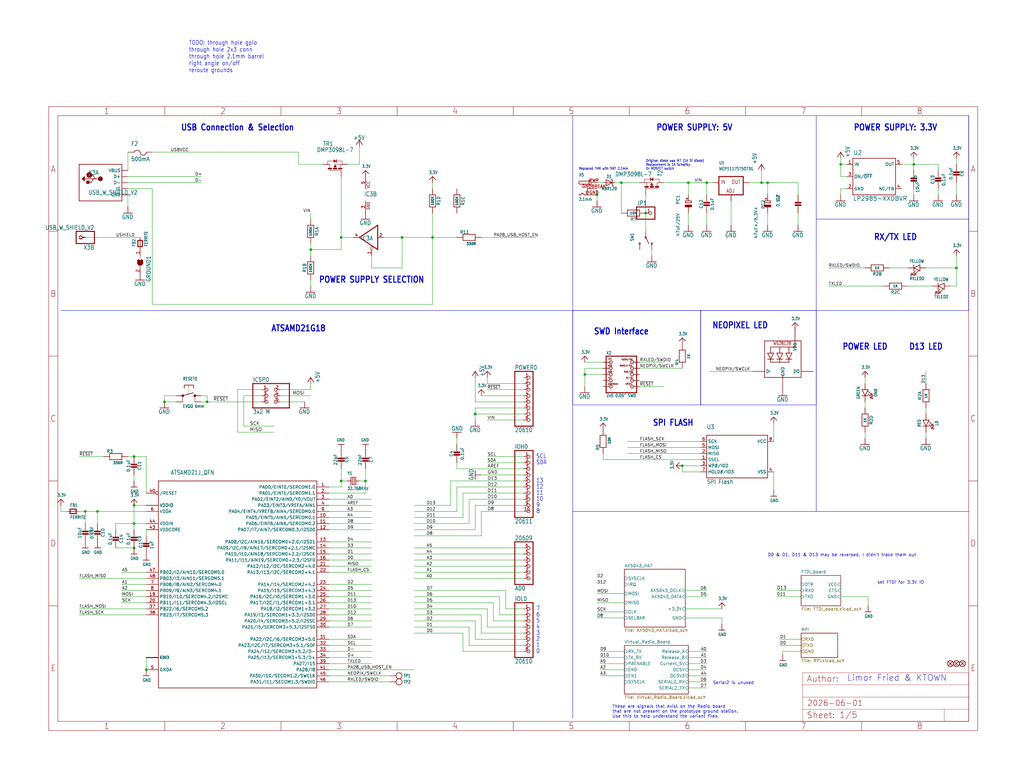
<source format=kicad_sch>
(kicad_sch (version 20230121) (generator eeschema)
  (paper "User" 426.949 326.288)
  (junction (at 180.34 99.06))
  (junction (at 152.4 200.66))
  (junction (at 284.48 194.31))
  (junction (at 350.52 68.58))
  (junction (at 317.5 76.2))
  (junction (at 55.88 218.44))
  (junction (at 55.88 228.6))
  (junction (at 287.02 76.2))
  (junction (at 40.64 213.36))
  (junction (at 167.64 99.06))
  (junction (at 320.04 76.2))
  (junction (at 269.24 88.9))
  (junction (at 259.08 76.2))
  (junction (at 398.78 111.76))
  (junction (at 55.88 210.82))
  (junction (at 142.24 200.66))
  (junction (at 129.54 104.14))
  (junction (at 60.96 279.4))
  (junction (at 142.24 99.06))
  (junction (at 248.92 81.28))
  (junction (at 198.12 172.72))
  (junction (at 35.56 213.36))
  (junction (at 243.84 156.21))
  (junction (at 86.36 167.64))
  (junction (at 55.88 190.5))
  (junction (at 381 68.58))
  (junction (at 294.64 76.2))
  (junction (at 68.58 167.64))
  (wire (pts (xy 43.18 190.5) (xy 33.02 190.5)) (stroke (width 0.1524)))
  (wire (pts (xy 287.02 81.28) (xy 287.02 76.2)) (stroke (width 0.1524)))
  (wire (pts (xy 63.5 78.74) (xy 63.5 127)) (stroke (width 0.1524)))
  (wire (pts (xy 285.75 254) (xy 300.99 254)))
  (wire (pts (xy 269.24 88.9) (xy 269.24 81.28)) (stroke (width 0.1524)))
  (wire (pts (xy 129.54 91.44) (xy 129.54 88.9)) (stroke (width 0.1524)))
  (wire (pts (xy 55.88 218.44) (xy 55.88 210.82)) (stroke (width 0.1524)))
  (wire (pts (xy 99.06 162.56) (xy 99.06 180.34)) (stroke (width 0.1524)))
  (wire (pts (xy 154.94 274.32) (xy 137.16 274.32)) (stroke (width 0.1524)))
  (wire (pts (xy 137.16 238.76) (xy 154.94 238.76)) (stroke (width 0.1524)))
  (wire (pts (xy 172.72 261.62) (xy 195.58 261.62)) (stroke (width 0.1524)))
  (wire (pts (xy 381 66.04) (xy 381 68.58)) (stroke (width 0.1524)))
  (wire (pts (xy 137.16 213.36) (xy 154.94 213.36)) (stroke (width 0.1524)))
  (wire (pts (xy 304.8 93.98) (xy 304.8 83.82)) (stroke (width 0.1524)))
  (wire (pts (xy 218.44 165.1) (xy 200.66 165.1)) (stroke (width 0.1524)))
  (wire (pts (xy 398.78 76.2) (xy 398.78 81.28)) (stroke (width 0.1524)))
  (wire (pts (xy 292.1 184.15) (xy 261.62 184.15)) (stroke (width 0.1524)))
  (wire (pts (xy 250.19 279.4) (xy 260.35 279.4)))
  (wire (pts (xy 284.48 196.85) (xy 292.1 196.85)) (stroke (width 0.1524)))
  (wire (pts (xy 129.54 104.14) (xy 142.24 104.14)) (stroke (width 0.1524)))
  (wire (pts (xy 218.44 236.22) (xy 172.72 236.22)) (stroke (width 0.1524)))
  (wire (pts (xy 292.1 189.23) (xy 261.62 189.23)) (stroke (width 0.1524)))
  (wire (pts (xy 60.96 241.3) (xy 33.02 241.3)) (stroke (width 0.1524)))
  (wire (pts (xy 198.12 220.98) (xy 172.72 220.98)) (stroke (width 0.1524)))
  (wire (pts (xy 218.44 210.82) (xy 198.12 210.82)) (stroke (width 0.1524)))
  (wire (pts (xy 109.22 162.56) (xy 99.06 162.56)) (stroke (width 0.1524)))
  (wire (pts (xy 203.2 162.56) (xy 218.44 162.56)) (stroke (width 0.1524)))
  (wire (pts (xy 144.78 68.58) (xy 149.86 68.58)) (stroke (width 0.1524)))
  (wire (pts (xy 60.96 238.76) (xy 50.8 238.76)) (stroke (width 0.1524)))
  (wire (pts (xy 251.46 156.21) (xy 243.84 156.21)) (stroke (width 0.1524)))
  (wire (pts (xy 55.88 198.12) (xy 55.88 200.66)) (stroke (width 0.1524)))
  (wire (pts (xy 129.54 162.56) (xy 116.84 162.56)) (stroke (width 0.1524)))
  (wire (pts (xy 322.58 176.53) (xy 322.58 184.15)) (stroke (width 0.1524)))
  (wire (pts (xy 198.12 210.82) (xy 198.12 220.98)) (stroke (width 0.1524)))
  (wire (pts (xy 300.99 257.81) (xy 300.99 260.35)))
  (wire (pts (xy 251.46 189.23) (xy 251.46 191.77)) (stroke (width 0.1524)))
  (wire (pts (xy 250.19 281.94) (xy 260.35 281.94)))
  (wire (pts (xy 190.5 203.2) (xy 218.44 203.2)) (stroke (width 0.1524)))
  (wire (pts (xy 190.5 213.36) (xy 172.72 213.36)) (stroke (width 0.1524)))
  (wire (pts (xy 180.34 127) (xy 180.34 99.06)) (stroke (width 0.1524)))
  (wire (pts (xy 180.34 99.06) (xy 190.5 99.06)) (stroke (width 0.1524)))
  (wire (pts (xy 203.2 175.26) (xy 218.44 175.26)) (stroke (width 0.1524)))
  (wire (pts (xy 48.26 220.98) (xy 48.26 218.44)) (stroke (width 0.1524)))
  (wire (pts (xy 137.16 251.46) (xy 154.94 251.46)) (stroke (width 0.1524)))
  (wire (pts (xy 129.54 104.14) (xy 129.54 101.6)) (stroke (width 0.1524)))
  (wire (pts (xy 195.58 218.44) (xy 195.58 208.28)) (stroke (width 0.1524)))
  (wire (pts (xy 99.06 180.34) (xy 114.3 180.34)) (stroke (width 0.1524)))
  (wire (pts (xy 172.72 251.46) (xy 205.74 251.46)) (stroke (width 0.1524)))
  (wire (pts (xy 193.04 271.78) (xy 193.04 264.16)) (stroke (width 0.1524)))
  (wire (pts (xy 73.66 165.1) (xy 68.58 165.1)) (stroke (width 0.1524)))
  (wire (pts (xy 391.16 68.58) (xy 391.16 71.12)) (stroke (width 0.1524)))
  (wire (pts (xy 350.52 66.04) (xy 350.52 68.58)) (stroke (width 0.1524)))
  (wire (pts (xy 250.19 274.32) (xy 260.35 274.32)))
  (wire (pts (xy 149.86 68.58) (xy 149.86 60.96)) (stroke (width 0.1524)))
  (wire (pts (xy 251.46 191.77) (xy 292.1 191.77)) (stroke (width 0.1524)))
  (wire (pts (xy 323.85 246.38) (xy 334.01 246.38)))
  (wire (pts (xy 345.44 119.38) (xy 368.3 119.38)) (stroke (width 0.1524)))
  (wire (pts (xy 287.02 279.4) (xy 294.64 279.4)))
  (wire (pts (xy 326.39 273.05) (xy 326.39 271.78)))
  (wire (pts (xy 325.12 269.24) (xy 334.01 269.24)))
  (wire (pts (xy 154.94 215.9) (xy 137.16 215.9)) (stroke (width 0.1524)))
  (wire (pts (xy 381 78.74) (xy 381 81.28)) (stroke (width 0.1524)))
  (wire (pts (xy 167.64 111.76) (xy 167.64 99.06)) (stroke (width 0.1524)))
  (wire (pts (xy 86.36 165.1) (xy 86.36 167.64)) (stroke (width 0.1524)))
  (wire (pts (xy 200.66 223.52) (xy 200.66 213.36)) (stroke (width 0.1524)))
  (wire (pts (xy 203.2 157.48) (xy 203.2 160.02)) (stroke (width 0.1524)))
  (wire (pts (xy 360.68 170.18) (xy 360.68 167.64)) (stroke (width 0.1524)))
  (wire (pts (xy 284.48 194.31) (xy 284.48 196.85)) (stroke (width 0.1524)))
  (wire (pts (xy 129.54 106.68) (xy 129.54 104.14)) (stroke (width 0.1524)))
  (wire (pts (xy 124.46 63.5) (xy 124.46 68.58)) (stroke (width 0.1524)))
  (wire (pts (xy 193.04 215.9) (xy 172.72 215.9)) (stroke (width 0.1524)))
  (wire (pts (xy 259.08 76.2) (xy 266.7 76.2)) (stroke (width 0.1524)))
  (wire (pts (xy 172.72 246.38) (xy 210.82 246.38)) (stroke (width 0.1524)))
  (wire (pts (xy 248.92 255.27) (xy 260.35 255.27)))
  (wire (pts (xy 48.26 218.44) (xy 55.88 218.44)) (stroke (width 0.1524)))
  (wire (pts (xy 284.48 153.67) (xy 266.7 153.67)) (stroke (width 0.1524)))
  (wire (pts (xy 137.16 210.82) (xy 154.94 210.82)) (stroke (width 0.1524)))
  (wire (pts (xy 269.24 88.9) (xy 269.24 96.52)) (stroke (width 0.1524)))
  (wire (pts (xy 195.58 208.28) (xy 218.44 208.28)) (stroke (width 0.1524)))
  (wire (pts (xy 203.2 254) (xy 172.72 254)) (stroke (width 0.1524)))
  (wire (pts (xy 137.16 269.24) (xy 154.94 269.24)) (stroke (width 0.1524)))
  (wire (pts (xy 218.44 193.04) (xy 203.2 193.04)) (stroke (width 0.1524)))
  (wire (pts (xy 248.92 247.65) (xy 260.35 247.65)))
  (wire (pts (xy 83.82 165.1) (xy 86.36 165.1)) (stroke (width 0.1524)))
  (wire (pts (xy 287.02 271.78) (xy 294.64 271.78)))
  (wire (pts (xy 187.96 210.82) (xy 187.96 200.66)) (stroke (width 0.1524)))
  (wire (pts (xy 313.69 154.94) (xy 295.91 154.94)) (stroke (width 0.1524)))
  (wire (pts (xy 350.52 73.66) (xy 350.52 68.58)) (stroke (width 0.1524)))
  (wire (pts (xy 325.12 266.7) (xy 334.01 266.7)))
  (wire (pts (xy 60.96 274.32) (xy 60.96 279.4)) (stroke (width 0.1524)))
  (wire (pts (xy 187.96 200.66) (xy 218.44 200.66)) (stroke (width 0.1524)))
  (wire (pts (xy 50.8 246.38) (xy 60.96 246.38)) (stroke (width 0.1524)))
  (wire (pts (xy 205.74 259.08) (xy 218.44 259.08)) (stroke (width 0.1524)))
  (wire (pts (xy 250.19 276.86) (xy 260.35 276.86)))
  (wire (pts (xy 53.34 78.74) (xy 63.5 78.74)) (stroke (width 0.1524)))
  (wire (pts (xy 116.84 165.1) (xy 129.54 165.1)) (stroke (width 0.1524)))
  (wire (pts (xy 142.24 200.66) (xy 142.24 203.2)) (stroke (width 0.1524)))
  (wire (pts (xy 360.68 111.76) (xy 345.44 111.76)) (stroke (width 0.1524)))
  (wire (pts (xy 285.75 246.38) (xy 294.64 246.38)))
  (wire (pts (xy 398.78 119.38) (xy 398.78 111.76)) (stroke (width 0.1524)))
  (wire (pts (xy 60.96 220.98) (xy 60.96 223.52)) (stroke (width 0.1524)))
  (wire (pts (xy 218.44 266.7) (xy 198.12 266.7)) (stroke (width 0.1524)))
  (wire (pts (xy 391.16 78.74) (xy 391.16 81.28)) (stroke (width 0.1524)))
  (wire (pts (xy 248.92 78.74) (xy 248.92 81.28)) (stroke (width 0.1524)))
  (wire (pts (xy 172.72 238.76) (xy 218.44 238.76)) (stroke (width 0.1524)))
  (wire (pts (xy 144.78 200.66) (xy 142.24 200.66)) (stroke (width 0.1524)))
  (wire (pts (xy 223.52 99.06) (xy 200.66 99.06)) (stroke (width 0.1524)))
  (wire (pts (xy 137.16 256.54) (xy 154.94 256.54)) (stroke (width 0.1524)))
  (wire (pts (xy 294.64 88.9) (xy 294.64 93.98)) (stroke (width 0.1524)))
  (wire (pts (xy 208.28 256.54) (xy 208.28 248.92)) (stroke (width 0.1524)))
  (wire (pts (xy 190.5 185.42) (xy 190.5 182.88)) (stroke (width 0.1524)))
  (wire (pts (xy 203.2 160.02) (xy 218.44 160.02)) (stroke (width 0.1524)))
  (wire (pts (xy 320.04 88.9) (xy 320.04 93.98)) (stroke (width 0.1524)))
  (wire (pts (xy 210.82 246.38) (xy 210.82 254)) (stroke (width 0.1524)))
  (wire (pts (xy 142.24 195.58) (xy 142.24 200.66)) (stroke (width 0.1524)))
  (wire (pts (xy 218.44 198.12) (xy 200.66 198.12)) (stroke (width 0.1524)))
  (wire (pts (xy 218.44 190.5) (xy 203.2 190.5)) (stroke (width 0.1524)))
  (polyline (pts (xy 238.76 299.72) (xy 238.76 213.36)) (stroke (width 0.1524) (type solid)))
  (wire (pts (xy 323.85 248.92) (xy 334.01 248.92)))
  (wire (pts (xy 361.95 252.73) (xy 361.95 248.92)))
  (wire (pts (xy 48.26 228.6) (xy 55.88 228.6)) (stroke (width 0.1524)))
  (wire (pts (xy 218.44 170.18) (xy 198.12 170.18)) (stroke (width 0.1524)))
  (wire (pts (xy 33.02 213.36) (xy 35.56 213.36)) (stroke (width 0.1524)))
  (wire (pts (xy 137.16 261.62) (xy 154.94 261.62)) (stroke (width 0.1524)))
  (wire (pts (xy 172.72 233.68) (xy 218.44 233.68)) (stroke (width 0.1524)))
  (wire (pts (xy 55.88 220.98) (xy 55.88 218.44)) (stroke (width 0.1524)))
  (wire (pts (xy 200.66 213.36) (xy 218.44 213.36)) (stroke (width 0.1524)))
  (wire (pts (xy 317.5 71.12) (xy 317.5 76.2)) (stroke (width 0.1524)))
  (wire (pts (xy 378.46 119.38) (xy 388.62 119.38)) (stroke (width 0.1524)))
  (wire (pts (xy 287.02 93.98) (xy 287.02 88.9)) (stroke (width 0.1524)))
  (wire (pts (xy 154.94 254) (xy 137.16 254)) (stroke (width 0.1524)))
  (wire (pts (xy 142.24 73.66) (xy 142.24 99.06)) (stroke (width 0.1524)))
  (wire (pts (xy 68.58 165.1) (xy 68.58 167.64)) (stroke (width 0.1524)))
  (wire (pts (xy 172.72 228.6) (xy 218.44 228.6)) (stroke (width 0.1524)))
  (wire (pts (xy 137.16 208.28) (xy 154.94 208.28)) (stroke (width 0.1524)))
  (wire (pts (xy 137.16 248.92) (xy 154.94 248.92)) (stroke (width 0.1524)))
  (wire (pts (xy 137.16 203.2) (xy 142.24 203.2)) (stroke (width 0.1524)))
  (wire (pts (xy 172.72 218.44) (xy 195.58 218.44)) (stroke (width 0.1524)))
  (wire (pts (xy 60.96 210.82) (xy 55.88 210.82)) (stroke (width 0.1524)))
  (wire (pts (xy 243.84 153.67) (xy 243.84 156.21)) (stroke (width 0.1524)))
  (polyline (pts (xy 340.36 129.54) (xy 403.86 129.54)) (stroke (width 0.1524) (type solid)))
  (wire (pts (xy 360.68 157.48) (xy 360.68 160.02)) (stroke (width 0.1524)))
  (wire (pts (xy 53.34 76.2) (xy 83.82 76.2)) (stroke (width 0.1524)))
  (wire (pts (xy 137.16 220.98) (xy 154.94 220.98)) (stroke (width 0.1524)))
  (wire (pts (xy 251.46 151.13) (xy 243.84 151.13)) (stroke (width 0.1524)))
  (wire (pts (xy 287.02 274.32) (xy 294.64 274.32)))
  (wire (pts (xy 154.94 246.38) (xy 137.16 246.38)) (stroke (width 0.1524)))
  (wire (pts (xy 259.08 88.9) (xy 259.08 76.2)) (stroke (width 0.1524)))
  (wire (pts (xy 162.56 284.48) (xy 137.16 284.48)) (stroke (width 0.1524)))
  (wire (pts (xy 287.02 284.48) (xy 294.64 284.48)))
  (wire (pts (xy 152.4 200.66) (xy 152.4 195.58)) (stroke (width 0.1524)))
  (wire (pts (xy 124.46 68.58) (xy 134.62 68.58)) (stroke (width 0.1524)))
  (polyline (pts (xy 25.4 129.54) (xy 238.76 129.54)) (stroke (width 0.1524) (type solid)))
  (wire (pts (xy 198.12 157.48) (xy 198.12 167.64)) (stroke (width 0.1524)))
  (wire (pts (xy 285.75 248.92) (xy 294.64 248.92)))
  (wire (pts (xy 53.34 73.66) (xy 83.82 73.66)) (stroke (width 0.1524)))
  (wire (pts (xy 53.34 63.5) (xy 53.34 71.12)) (stroke (width 0.1524)))
  (wire (pts (xy 198.12 170.18) (xy 198.12 172.72)) (stroke (width 0.1524)))
  (wire (pts (xy 172.72 256.54) (xy 200.66 256.54)) (stroke (width 0.1524)))
  (wire (pts (xy 381 68.58) (xy 391.16 68.58)) (stroke (width 0.1524)))
  (wire (pts (xy 172.72 210.82) (xy 187.96 210.82)) (stroke (width 0.1524)))
  (polyline (pts (xy 340.36 129.54) (xy 238.76 129.54)) (stroke (width 0.1524) (type solid)))
  (wire (pts (xy 109.22 165.1) (xy 101.6 165.1)) (stroke (width 0.1524)))
  (wire (pts (xy 160.02 99.06) (xy 167.64 99.06)) (stroke (width 0.1524)))
  (wire (pts (xy 60.96 243.84) (xy 50.8 243.84)) (stroke (width 0.1524)))
  (wire (pts (xy 261.62 186.69) (xy 292.1 186.69)) (stroke (width 0.1524)))
  (wire (pts (xy 218.44 241.3) (xy 172.72 241.3)) (stroke (width 0.1524)))
  (wire (pts (xy 129.54 119.38) (xy 129.54 116.84)) (stroke (width 0.1524)))
  (wire (pts (xy 208.28 248.92) (xy 172.72 248.92)) (stroke (width 0.1524)))
  (wire (pts (xy 55.88 190.5) (xy 60.96 190.5)) (stroke (width 0.1524)))
  (wire (pts (xy 60.96 256.54) (xy 33.02 256.54)) (stroke (width 0.1524)))
  (wire (pts (xy 200.66 256.54) (xy 200.66 264.16)) (stroke (width 0.1524)))
  (wire (pts (xy 256.54 76.2) (xy 259.08 76.2)) (stroke (width 0.1524)))
  (wire (pts (xy 193.04 205.74) (xy 193.04 215.9)) (stroke (width 0.1524)))
  (polyline (pts (xy 340.36 91.44) (xy 340.36 129.54)) (stroke (width 0.1524) (type solid)))
  (wire (pts (xy 154.94 226.06) (xy 137.16 226.06)) (stroke (width 0.1524)))
  (wire (pts (xy 53.34 81.28) (xy 53.34 86.36)) (stroke (width 0.1524)))
  (wire (pts (xy 312.42 76.2) (xy 317.5 76.2)) (stroke (width 0.1524)))
  (wire (pts (xy 55.88 190.5) (xy 53.34 190.5)) (stroke (width 0.1524)))
  (wire (pts (xy 25.4 210.82) (xy 25.4 213.36)) (stroke (width 0.1524)))
  (wire (pts (xy 193.04 264.16) (xy 172.72 264.16)) (stroke (width 0.1524)))
  (wire (pts (xy 398.78 111.76) (xy 398.78 106.68)) (stroke (width 0.1524)))
  (wire (pts (xy 381 68.58) (xy 381 71.12)) (stroke (width 0.1524)))
  (polyline (pts (xy 238.76 129.54) (xy 238.76 48.26)) (stroke (width 0.1524) (type solid)))
  (wire (pts (xy 195.58 261.62) (xy 195.58 269.24)) (stroke (width 0.1524)))
  (polyline (pts (xy 403.86 213.36) (xy 340.36 213.36)) (stroke (width 0.1524) (type solid)))
  (wire (pts (xy 60.96 190.5) (xy 60.96 205.74)) (stroke (width 0.1524)))
  (wire (pts (xy 276.86 76.2) (xy 287.02 76.2)) (stroke (width 0.1524)))
  (wire (pts (xy 137.16 218.44) (xy 154.94 218.44)) (stroke (width 0.1524)))
  (wire (pts (xy 287.02 276.86) (xy 294.64 276.86)))
  (wire (pts (xy 320.04 76.2) (xy 332.74 76.2)) (stroke (width 0.1524)))
  (wire (pts (xy 266.7 151.13) (xy 276.86 151.13)) (stroke (width 0.1524)))
  (wire (pts (xy 172.72 223.52) (xy 200.66 223.52)) (stroke (width 0.1524)))
  (wire (pts (xy 386.08 154.94) (xy 386.08 160.02)) (stroke (width 0.1524)))
  (wire (pts (xy 60.96 218.44) (xy 55.88 218.44)) (stroke (width 0.1524)))
  (wire (pts (xy 218.44 167.64) (xy 198.12 167.64)) (stroke (width 0.1524)))
  (wire (pts (xy 287.02 287.02) (xy 294.64 287.02)))
  (wire (pts (xy 200.66 264.16) (xy 218.44 264.16)) (stroke (width 0.1524)))
  (wire (pts (xy 271.78 104.14) (xy 271.78 106.68)) (stroke (width 0.1524)))
  (wire (pts (xy 198.12 172.72) (xy 198.12 175.26)) (stroke (width 0.1524)))
  (wire (pts (xy 250.19 271.78) (xy 260.35 271.78)))
  (polyline (pts (xy 340.36 213.36) (xy 238.76 213.36)) (stroke (width 0.1524) (type solid)))
  (wire (pts (xy 350.52 68.58) (xy 353.06 68.58)) (stroke (width 0.1524)))
  (wire (pts (xy 320.04 76.2) (xy 320.04 81.28)) (stroke (width 0.1524)))
  (wire (pts (xy 137.16 271.78) (xy 154.94 271.78)) (stroke (width 0.1524)))
  (wire (pts (xy 190.5 213.36) (xy 190.5 203.2)) (stroke (width 0.1524)))
  (wire (pts (xy 350.52 78.74) (xy 350.52 81.28)) (stroke (width 0.1524)))
  (wire (pts (xy 332.74 88.9) (xy 332.74 93.98)) (stroke (width 0.1524)))
  (wire (pts (xy 142.24 104.14) (xy 142.24 99.06)) (stroke (width 0.1524)))
  (wire (pts (xy 137.16 205.74) (xy 152.4 205.74)) (stroke (width 0.1524)))
  (polyline (pts (xy 340.36 91.44) (xy 403.86 91.44)) (stroke (width 0.1524) (type solid)))
  (wire (pts (xy 50.8 251.46) (xy 60.96 251.46)) (stroke (width 0.1524)))
  (wire (pts (xy 386.08 170.18) (xy 386.08 172.72)) (stroke (width 0.1524)))
  (wire (pts (xy 210.82 254) (xy 218.44 254)) (stroke (width 0.1524)))
  (wire (pts (xy 218.44 231.14) (xy 172.72 231.14)) (stroke (width 0.1524)))
  (wire (pts (xy 317.5 76.2) (xy 320.04 76.2)) (stroke (width 0.1524)))
  (wire (pts (xy 73.66 167.64) (xy 68.58 167.64)) (stroke (width 0.1524)))
  (wire (pts (xy 25.4 213.36) (xy 27.94 213.36)) (stroke (width 0.1524)))
  (wire (pts (xy 353.06 73.66) (xy 350.52 73.66)) (stroke (width 0.1524)))
  (wire (pts (xy 218.44 271.78) (xy 193.04 271.78)) (stroke (width 0.1524)))
  (wire (pts (xy 129.54 160.02) (xy 129.54 162.56)) (stroke (width 0.1524)))
  (wire (pts (xy 322.58 204.47) (xy 322.58 196.85)) (stroke (width 0.1524)))
  (wire (pts (xy 203.2 261.62) (xy 203.2 254)) (stroke (width 0.1524)))
  (wire (pts (xy 332.74 76.2) (xy 332.74 81.28)) (stroke (width 0.1524)))
  (wire (pts (xy 386.08 111.76) (xy 398.78 111.76)) (stroke (width 0.1524)))
  (wire (pts (xy 396.24 119.38) (xy 398.78 119.38)) (stroke (width 0.1524)))
  (wire (pts (xy 248.92 81.28) (xy 248.92 83.82)) (stroke (width 0.1524)))
  (wire (pts (xy 35.56 99.06) (xy 58.42 99.06)) (stroke (width 0.1524)))
  (wire (pts (xy 195.58 269.24) (xy 218.44 269.24)) (stroke (width 0.1524)))
  (wire (pts (xy 137.16 276.86) (xy 154.94 276.86)) (stroke (width 0.1524)))
  (wire (pts (xy 218.44 256.54) (xy 208.28 256.54)) (stroke (width 0.1524)))
  (wire (pts (xy 109.22 167.64) (xy 86.36 167.64)) (stroke (width 0.1524)))
  (wire (pts (xy 294.64 76.2) (xy 294.64 81.28)) (stroke (width 0.1524)))
  (polyline (pts (xy 403.86 48.26) (xy 403.86 91.44)) (stroke (width 0.1524) (type solid)))
  (wire (pts (xy 180.34 78.74) (xy 180.34 76.2)) (stroke (width 0.1524)))
  (polyline (pts (xy 238.76 213.36) (xy 238.76 129.54)) (stroke (width 0.1524) (type solid)))
  (wire (pts (xy 137.16 266.7) (xy 154.94 266.7)) (stroke (width 0.1524)))
  (wire (pts (xy 218.44 195.58) (xy 190.5 195.58)) (stroke (width 0.1524)))
  (wire (pts (xy 361.95 248.92) (xy 350.52 248.92)))
  (wire (pts (xy 198.12 259.08) (xy 172.72 259.08)) (stroke (width 0.1524)))
  (wire (pts (xy 190.5 193.04) (xy 190.5 195.58)) (stroke (width 0.1524)))
  (wire (pts (xy 154.94 233.68) (xy 137.16 233.68)) (stroke (width 0.1524)))
  (wire (pts (xy 137.16 231.14) (xy 154.94 231.14)) (stroke (width 0.1524)))
  (wire (pts (xy 285.75 257.81) (xy 300.99 257.81)))
  (wire (pts (xy 353.06 78.74) (xy 350.52 78.74)) (stroke (width 0.1524)))
  (wire (pts (xy 292.1 194.31) (xy 284.48 194.31)) (stroke (width 0.1524)))
  (wire (pts (xy 287.02 281.94) (xy 294.64 281.94)))
  (wire (pts (xy 35.56 218.44) (xy 35.56 213.36)) (stroke (width 0.1524)))
  (wire (pts (xy 180.34 88.9) (xy 180.34 99.06)) (stroke (width 0.1524)))
  (wire (pts (xy 63.5 63.5) (xy 124.46 63.5)) (stroke (width 0.1524)))
  (wire (pts (xy 137.16 228.6) (xy 154.94 228.6)) (stroke (width 0.1524)))
  (wire (pts (xy 398.78 68.58) (xy 398.78 66.04)) (stroke (width 0.1524)))
  (wire (pts (xy 370.84 111.76) (xy 378.46 111.76)) (stroke (width 0.1524)))
  (wire (pts (xy 248.92 251.46) (xy 260.35 251.46)))
  (wire (pts (xy 375.92 68.58) (xy 381 68.58)) (stroke (width 0.1524)))
  (wire (pts (xy 137.16 243.84) (xy 154.94 243.84)) (stroke (width 0.1524)))
  (wire (pts (xy 243.84 156.21) (xy 243.84 161.29)) (stroke (width 0.1524)))
  (polyline (pts (xy 340.36 48.26) (xy 340.36 91.44)) (stroke (width 0.1524) (type solid)))
  (wire (pts (xy 167.64 99.06) (xy 180.34 99.06)) (stroke (width 0.1524)))
  (wire (pts (xy 63.5 127) (xy 180.34 127)) (stroke (width 0.1524)))
  (wire (pts (xy 137.16 259.08) (xy 154.94 259.08)) (stroke (width 0.1524)))
  (wire (pts (xy 40.64 213.36) (xy 60.96 213.36)) (stroke (width 0.1524)))
  (wire (pts (xy 101.6 165.1) (xy 101.6 177.8)) (stroke (width 0.1524)))
  (wire (pts (xy 83.82 167.64) (xy 86.36 167.64)) (stroke (width 0.1524)))
  (wire (pts (xy 266.7 161.29) (xy 276.86 161.29)) (stroke (width 0.1524)))
  (wire (pts (xy 147.32 99.06) (xy 142.24 99.06)) (stroke (width 0.1524)))
  (wire (pts (xy 101.6 177.8) (xy 114.3 177.8)) (stroke (width 0.1524)))
  (wire (pts (xy 297.18 76.2) (xy 294.64 76.2)) (stroke (width 0.1524)))
  (wire (pts (xy 386.08 182.88) (xy 386.08 180.34)) (stroke (width 0.1524)))
  (wire (pts (xy 33.02 254) (xy 60.96 254)) (stroke (width 0.1524)))
  (wire (pts (xy 152.4 205.74) (xy 152.4 200.66)) (stroke (width 0.1524)))
  (wire (pts (xy 251.46 153.67) (xy 243.84 153.67)) (stroke (width 0.1524)))
  (wire (pts (xy 154.94 106.68) (xy 154.94 111.76)) (stroke (width 0.1524)))
  (wire (pts (xy 218.44 172.72) (xy 198.12 172.72)) (stroke (width 0.1524)))
  (wire (pts (xy 198.12 266.7) (xy 198.12 259.08)) (stroke (width 0.1524)))
  (wire (pts (xy 251.46 76.2) (xy 248.92 76.2)) (stroke (width 0.1524)))
  (wire (pts (xy 137.16 236.22) (xy 154.94 236.22)) (stroke (width 0.1524)))
  (wire (pts (xy 218.44 205.74) (xy 193.04 205.74)) (stroke (width 0.1524)))
  (wire (pts (xy 40.64 218.44) (xy 40.64 213.36)) (stroke (width 0.1524)))
  (wire (pts (xy 127 167.64) (xy 116.84 167.64)) (stroke (width 0.1524)))
  (wire (pts (xy 137.16 279.4) (xy 172.72 279.4)) (stroke (width 0.1524)))
  (wire (pts (xy 294.64 76.2) (xy 287.02 76.2)) (stroke (width 0.1524)))
  (polyline (pts (xy 403.86 91.44) (xy 403.86 129.54)) (stroke (width 0.1524) (type solid)))
  (wire (pts (xy 326.39 271.78) (xy 334.01 271.78)))
  (wire (pts (xy 218.44 261.62) (xy 203.2 261.62)) (stroke (width 0.1524)))
  (wire (pts (xy 35.56 213.36) (xy 40.64 213.36)) (stroke (width 0.1524)))
  (wire (pts (xy 248.92 257.81) (xy 260.35 257.81)))
  (wire (pts (xy 137.16 281.94) (xy 162.56 281.94)) (stroke (width 0.1524)))
  (wire (pts (xy 60.96 248.92) (xy 50.8 248.92)) (stroke (width 0.1524)))
  (polyline (pts (xy 340.36 129.54) (xy 340.36 213.36)) (stroke (width 0.1524) (type solid)))
  (wire (pts (xy 205.74 251.46) (xy 205.74 259.08)) (stroke (width 0.1524)))
  (wire (pts (xy 360.68 180.34) (xy 360.68 182.88)) (stroke (width 0.1524)))
  (wire (pts (xy 149.86 200.66) (xy 152.4 200.66)) (stroke (width 0.1524)))
  (wire (pts (xy 154.94 111.76) (xy 167.64 111.76)) (stroke (width 0.1524)))
  (rectangle (start 292.1 129.54) (end 340.36 168.91))
  (rectangle (start 238.76 129.54) (end 292.1 168.91))
  (text "9" (at 223.52 210.82 0) (effects (font (size 1.778 1.5113)) (justify left)))
  (text "ATSAMD21G18" (at 124.46 137.16 0) (effects (font (size 2.54 2.159) (thickness 0.4318) bold)))
  (text "D0 & D1, D11 & D13 may be reversed, I didn't trace them out" (at 320.04 232.41 0) (effects (font (size 1.27 1.27)) (justify left bottom)))
  (text "D13 LED" (at 386.08 144.78 0) (effects (font (size 2.54 2.159) (thickness 0.4318) bold)))
  (text "SCL" (at 223.52 190.5 0) (effects (font (size 1.778 1.5113)) (justify left)))
  (text "POWER LED" (at 360.68 144.78 0) (effects (font (size 2.54 2.159) (thickness 0.4318) bold)))
  (text "1" (at 223.52 269.24 0) (effects (font (size 1.778 1.5113)) (justify left)))
  (text "7" (at 223.52 254 0) (effects (font (size 1.778 1.5113)) (justify left)))
  (text "Replaced THM with SMT 2.1mm" (at 241.3 71.12 0) (effects (font (size 1.016 0.8636)) (justify left bottom)))
  (text "POWER SUPPLY: 3.3V" (at 373.38 53.34 0) (effects (font (size 2.54 2.159) (thickness 0.4318) bold)))
  (text "SPI FLASH" (at 280.67 176.53 0) (effects (font (size 2.54 2.159) (thickness 0.4318) bold)))
  (text "SWD Interface" (at 259.08 138.43 0) (effects (font (size 2.54 2.159) (thickness 0.4318) bold)))
  (text "Limor Fried & KTOWN" (at 353.06 284.48 0) (effects (font (size 2.54 2.54)) (justify left bottom)))
  (text "POWER SUPPLY SELECTION" (at 154.94 116.84 0) (effects (font (size 2.54 2.159) (thickness 0.4318) bold)))
  (text "NEOPIXEL LED" (at 308.61 135.89 0) (effects (font (size 2.54 2.159) (thickness 0.4318) bold)))
  (text "TODO: through hole gpio\nthrough hole 2x3 conn\nthrough hole 2.1mm barrel\nright angle on/off\nreroute grounds" (at 78.74 30.48 0) (effects (font (size 1.778 1.5113)) (justify left bottom)))
  (text "12" (at 223.52 203.2 0) (effects (font (size 1.778 1.5113)) (justify left)))
  (text "USB Connection & Selection" (at 99.06 53.34 0) (effects (font (size 2.54 2.159) (thickness 0.4318) bold)))
  (text "Original diode was M7 (1A Si diode)\nReplacement is 1A Schottky\nOr MOSFET switch" (at 269.24 71.12 0) (effects (font (size 1.016 0.8636)) (justify left bottom)))
  (text "Serial2 is unused" (at 297.18 285.75 0) (effects (font (size 1.27 1.27)) (justify left bottom)))
  (text "10" (at 223.52 208.28 0) (effects (font (size 1.778 1.5113)) (justify left)))
  (text "0" (at 223.52 271.78 0) (effects (font (size 1.778 1.5113)) (justify left)))
  (text "11" (at 223.52 205.74 0) (effects (font (size 1.778 1.5113)) (justify left)))
  (text "POWER SUPPLY: 5V" (at 289.56 53.34 0) (effects (font (size 2.54 2.159) (thickness 0.4318) bold)))
  (text "SDA" (at 223.52 193.04 0) (effects (font (size 1.778 1.5113)) (justify left)))
  (text "2" (at 223.52 266.7 0) (effects (font (size 1.778 1.5113)) (justify left)))
  (text "5" (at 223.52 259.08 0) (effects (font (size 1.778 1.5113)) (justify left)))
  (text "3" (at 223.52 264.16 0) (effects (font (size 1.778 1.5113)) (justify left)))
  (text "13" (at 223.52 200.66 0) (effects (font (size 1.778 1.5113)) (justify left)))
  (text "These are signals that exist on the Radio board \nthat are not present on the prototype ground station.\nUse this to help understand the variant files.\n" (at 255.27 299.72 0) (effects (font (size 1.27 1.27)) (justify left bottom)))
  (text "6" (at 223.52 256.54 0) (effects (font (size 1.778 1.5113)) (justify left)))
  (text "set FTDI for 3.3V IO" (at 365.76 243.84 0) (effects (font (size 1.27 1.27)) (justify left bottom)))
  (text "4" (at 223.52 261.62 0) (effects (font (size 1.778 1.5113)) (justify left)))
  (text "RX/TX LED" (at 373.38 99.06 0) (effects (font (size 2.54 2.159) (thickness 0.4318) bold)))
  (text "8" (at 223.52 213.36 0) (effects (font (size 1.778 1.5113)) (justify left)))
  (label "D+" (at 144.78 274.32 0) (effects (font (size 1.2446 1.2446))))
  (label "USBVCC" (at 71.12 63.5 0) (effects (font (size 1.2446 1.2446))))
  (label "FLASH_MISO" (at 266.7 189.23 0) (effects (font (size 1.2446 1.2446))))
  (label "D13" (at 386.08 160.02 90) (effects (font (size 1.2446 1.2446))))
  (label "D9" (at 144.78 220.98 0) (effects (font (size 1.2446 1.2446))))
  (label "D5" (at 177.8 251.46 0) (effects (font (size 1.2446 1.2446))))
  (label "D5" (at 144.78 246.38 0) (effects (font (size 1.2446 1.2446))))
  (label "AREF" (at 144.78 210.82 0) (effects (font (size 1.2446 1.2446))))
  (label "SCL" (at 144.78 269.24 0) (effects (font (size 1.2446 1.2446))))
  (label "D3" (at 294.64 276.86 180))
  (label "A1" (at 177.8 238.76 0) (effects (font (size 1.2446 1.2446))))
  (label "RXLED/SWDIO" (at 266.7 151.13 0) (effects (font (size 1.2446 1.2446))))
  (label "A1" (at 294.64 274.32 180) (effects (font (size 1.2446 1.2446))))
  (label "D12" (at 203.2 203.2 0) (effects (font (size 1.3513 1.3513))))
  (label "D4" (at 294.64 279.4 180) (effects (font (size 1.2446 1.2446))))
  (label "SDA" (at 203.2 193.04 0) (effects (font (size 1.2446 1.2446))))
  (label "A0" (at 294.64 271.78 180) (effects (font (size 1.2446 1.2446))))
  (label "TXLED" (at 345.44 119.38 0) (effects (font (size 1.2446 1.2446))))
  (label "A4" (at 294.64 281.94 180) (effects (font (size 1.2446 1.2446))))
  (label "D11" (at 203.2 205.74 0) (effects (font (size 1.3513 1.3513))))
  (label "~{RESET}" (at 88.9 167.64 0) (effects (font (size 1.3513 1.3513))))
  (label "A4" (at 177.8 231.14 0) (effects (font (size 1.2446 1.2446))))
  (label "D13" (at 177.8 210.82 0) (effects (font (size 1.2446 1.2446))))
  (label "~{RESET}" (at 203.2 162.56 0) (effects (font (size 1.1735 1.1735))))
  (label "D13" (at 144.78 251.46 0) (effects (font (size 1.2446 1.2446))))
  (label "A4" (at 144.78 215.9 0) (effects (font (size 1.2446 1.2446))))
  (label "VIN" (at 203.2 175.26 0) (effects (font (size 1.2446 1.2446))))
  (label "~{RESET}" (at 266.7 161.29 0) (effects (font (size 1.2446 1.2446))))
  (label "USHIELD" (at 48.26 99.06 0) (effects (font (size 1.2446 1.2446))))
  (label "SCK" (at 248.92 255.27 0))
  (label "MISO" (at 144.78 236.22 0) (effects (font (size 1.2446 1.2446))))
  (label "D6" (at 144.78 259.08 0) (effects (font (size 1.2446 1.2446))))
  (label "NEOPIX/SWCLK" (at 298.45 154.94 0) (effects (font (size 1.2446 1.2446))))
  (label "D-" (at 81.28 76.2 0) (effects (font (size 1.2446 1.2446))))
  (label "FLASH_MISO" (at 33.02 241.3 0) (effects (font (size 1.2446 1.2446))))
  (label "MISO" (at 248.92 251.46 0))
  (label "MISO" (at 104.14 180.34 0) (effects (font (size 1.3513 1.3513))))
  (label "D10" (at 250.19 274.32 0) (effects (font (size 1.2446 1.2446))))
  (label "SCK" (at 50.8 251.46 0) (effects (font (size 1.2446 1.2446))))
  (label "D11" (at 144.78 248.92 0) (effects (font (size 1.2446 1.2446))))
  (label "TXLED" (at 144.78 276.86 0) (effects (font (size 1.2446 1.2446))))
  (label "D10" (at 144.78 254 0) (effects (font (size 1.2446 1.2446))))
  (label "A5" (at 250.19 276.86 0) (effects (font (size 1.2446 1.2446))))
  (label "NEOPIX/SWCLK" (at 144.78 281.94 0) (effects (font (size 1.2446 1.2446))))
  (label "D1" (at 177.8 261.62 0) (effects (font (size 1.2446 1.2446))))
  (label "D8" (at 144.78 218.44 0) (effects (font (size 1.2446 1.2446))))
  (label "D6" (at 294.64 246.38 180) (effects (font (size 1.2446 1.2446))))
  (label "SCK" (at 104.14 177.8 0) (effects (font (size 1.3513 1.3513))))
  (label "FLASH_MOSI" (at 33.02 254 0) (effects (font (size 1.2446 1.2446))))
  (label "D10" (at 177.8 218.44 0) (effects (font (size 1.2446 1.2446))))
  (label "FLASH_CS" (at 266.7 191.77 0) (effects (font (size 1.2446 1.2446))))
  (label "SDA" (at 144.78 266.7 0) (effects (font (size 1.2446 1.2446))))
  (label "SCL" (at 203.2 190.5 0) (effects (font (size 1.2446 1.2446))))
  (label "A2" (at 250.19 279.4 0) (effects (font (size 1.2446 1.2446))))
  (label "D2" (at 177.8 259.08 0) (effects (font (size 1.2446 1.2446))))
  (label "NEOPIX/SWCLK" (at 266.7 153.67 0) (effects (font (size 1.2446 1.2446))))
  (label "D7" (at 294.64 287.02 180) (effects (font (size 1.2446 1.2446))))
  (label "D0" (at 325.12 269.24 0) (effects (font (size 1.2446 1.2446))))
  (label "D13" (at 323.85 246.38 0) (effects (font (size 1.3513 1.3513))))
  (label "D+" (at 81.28 73.66 0) (effects (font (size 1.2446 1.2446))))
  (label "VIN" (at 129.54 88.9 180) (effects (font (size 1.2446 1.2446))))
  (label "D13" (at 203.2 200.66 0) (effects (font (size 1.3513 1.3513))))
  (label "A0" (at 177.8 241.3 0) (effects (font (size 1.2446 1.2446))))
  (label "D12" (at 248.92 243.84 0) (effects (font (size 1.2446 1.2446))))
  (label "D10" (at 203.2 208.28 0) (effects (font (size 1.3513 1.3513))))
  (label "GND" (at 203.2 198.12 0) (effects (font (size 1.3513 1.3513))))
  (label "D3" (at 177.8 256.54 0) (effects (font (size 1.2446 1.2446))))
  (label "D8" (at 203.2 213.36 0) (effects (font (size 1.3513 1.3513))))
  (label "D9" (at 177.8 220.98 0) (effects (font (size 1.2446 1.2446))))
  (label "A2" (at 177.8 236.22 0) (effects (font (size 1.2446 1.2446))))
  (label "D-" (at 144.78 271.78 0) (effects (font (size 1.2446 1.2446))))
  (label "D2" (at 144.78 243.84 0) (effects (font (size 1.2446 1.2446))))
  (label "D4" (at 144.78 226.06 0) (effects (font (size 1.2446 1.2446))))
  (label "PA28_USB_HOST_EN" (at 205.74 99.06 0) (effects (font (size 1.2446 1.2446))))
  (label "A5" (at 50.8 238.76 0) (effects (font (size 1.2446 1.2446))))
  (label "D11" (at 177.8 215.9 0) (effects (font (size 1.2446 1.2446))))
  (label "D1" (at 144.78 231.14 0) (effects (font (size 1.2446 1.2446))))
  (label "D8" (at 248.92 257.81 0) (effects (font (size 1.2446 1.2446))))
  (label "A2" (at 50.8 246.38 0) (effects (font (size 1.2446 1.2446))))
  (label "D3" (at 144.78 228.6 0) (effects (font (size 1.2446 1.2446))))
  (label "D8" (at 177.8 223.52 0) (effects (font (size 1.2446 1.2446))))
  (label "MOSI" (at 248.92 247.65 0))
  (label "D4" (at 177.8 254 0) (effects (font (size 1.2446 1.2446))))
  (label "D0" (at 144.78 233.68 0) (effects (font (size 1.2446 1.2446))))
  (label "MOSI" (at 121.92 165.1 0) (effects (font (size 1.3513 1.3513))))
  (label "FLASH_SCK" (at 33.02 256.54 0) (effects (font (size 1.2446 1.2446))))
  (label "D9" (at 250.19 271.78 0) (effects (font (size 1.2446 1.2446))))
  (label "AREF" (at 203.2 195.58 0) (effects (font (size 1.3513 1.3513))))
  (label "D2" (at 248.92 241.3 0) (effects (font (size 1.2446 1.2446))))
  (label "D7" (at 177.8 246.38 0) (effects (font (size 1.2446 1.2446))))
  (label "D5" (at 294.64 248.92 180) (effects (font (size 1.2446 1.2446))))
  (label "RXLED/SWDIO" (at 144.78 284.48 0) (effects (font (size 1.2446 1.2446))))
  (label "A3" (at 177.8 233.68 0) (effects (font (size 1.2446 1.2446))))
  (label "A1" (at 50.8 243.84 0) (effects (font (size 1.2446 1.2446))))
  (label "A5" (at 177.8 228.6 0) (effects (font (size 1.2446 1.2446))))
  (label "D11" (at 323.85 248.92 0) (effects (font (size 1.2446 1.2446))))
  (label "D12" (at 144.78 256.54 0) (effects (font (size 1.2446 1.2446))))
  (label "D6" (at 294.64 284.48 180) (effects (font (size 1.2446 1.2446))))
  (label "~{RESET}" (at 33.02 190.5 0) (effects (font (size 1.2446 1.2446))))
  (label "D0" (at 177.8 264.16 0) (effects (font (size 1.2446 1.2446))))
  (label "D1" (at 325.12 266.7 0) (effects (font (size 1.2446 1.2446))))
  (label "FLASH_SCK" (at 266.7 184.15 0) (effects (font (size 1.2446 1.2446))))
  (label "VIN" (at 289.56 76.2 0) (effects (font (size 1.2446 1.2446))))
  (label "RXLED/SWDIO" (at 345.44 111.76 0) (effects (font (size 1.2446 1.2446))))
  (label "FLASH_CS" (at 144.78 238.76 0) (effects (font (size 1.2446 1.2446))))
  (label "A3" (at 250.19 281.94 0) (effects (font (size 1.2446 1.2446))))
  (label "MOSI" (at 50.8 248.92 0) (effects (font (size 1.2446 1.2446))))
  (label "D12" (at 177.8 213.36 0) (effects (font (size 1.2446 1.2446))))
  (label "D7" (at 144.78 261.62 0) (effects (font (size 1.2446 1.2446))))
  (label "PA28_USB_HOST_EN" (at 144.78 279.4 0) (effects (font (size 1.2446 1.2446))))
  (label "A3" (at 144.78 213.36 0) (effects (font (size 1.2446 1.2446))))
  (label "D9" (at 203.2 210.82 0) (effects (font (size 1.3513 1.3513))))
  (label "D6" (at 177.8 248.92 0) (effects (font (size 1.2446 1.2446))))
  (label "A0" (at 144.78 208.28 0) (effects (font (size 1.2446 1.2446))))
  (label "FLASH_MOSI" (at 266.7 186.69 0) (effects (font (size 1.2446 1.2446))))
  (hierarchical_label "GND" (shape input) (at 334.01 271.78 0))
  (hierarchical_label "RXD" (shape input) (at 334.01 266.7 0))
  (hierarchical_label "TXD" (shape input) (at 334.01 269.24 0))
  (symbol (lib_id "Adafruit Metro M0 Express-eagle-import:CAP_CERAMIC0805-NOOUTLINE") (at 152.4 190.5 180) (unit 1)
    (property "Reference" "C7" (at 154.69 191.75 90))
    (property "Value" "22pF" (at 150.1 191.75 90))
    (property "Footprint" "Adafruit Metro M0 Express:0805-NO" (effects hide))
  )
  (symbol (lib_id "Adafruit Metro M0 Express-eagle-import:RESISTOR0805_NOOUTLINE") (at 284.48 148.59 90) (unit 1)
    (property "Reference" "R4" (at 282.9814 152.4 0) (effects (justify left bottom)))
    (property "Value" "1K" (at 287.782 149.86 0) (effects (font (size 1.016 1.016) bold) (justify left bottom)))
    (property "Footprint" "Adafruit Metro M0 Express:0805-NO" (effects hide))
  )
  (symbol (lib_id "Adafruit Metro M0 Express-eagle-import:PowerTags_+5V") (at 149.86 58.42 0) (unit 1)
    (property "Reference" "#P+8" (effects hide))
    (property "Value" "+5V" (at 147.32 58.42 0) (effects (font (size 1.778 1.5113)) (justify left bottom)))
  )
  (symbol (lib_id "Adafruit Metro M0 Express-eagle-import:microbuilder_GND") (at 326.39 275.59 0) (unit 1)
    (property "Reference" "#U$011" (effects hide))
    (property "Value" "GND" (at 324.866 278.13 0) (effects (font (size 1.27 1.0795)) (justify left bottom)))
  )
  (symbol (lib_id "Adafruit Metro M0 Express-eagle-import:HEADER-1X8OVALWAVE") (at 220.98 264.16 0) (unit 1)
    (property "Reference" "IOL0" (at 214.63 250.825 0) (effects (font (size 1.778 1.5113)) (justify left bottom)))
    (property "Value" "20610" (at 214.63 276.86 0) (effects (font (size 1.778 1.5113)) (justify left bottom)))
    (property "Footprint" "Adafruit Metro M0 Express:1X08_OVALWAVE" (effects hide))
  )
  (symbol (lib_id "Adafruit Metro M0 Express-eagle-import:CAP_CERAMIC0805-NOOUTLINE") (at 48.26 223.52 180) (unit 1)
    (property "Reference" "C14" (at 50.55 224.77 90))
    (property "Value" "0.1uF" (at 45.96 224.77 90))
    (property "Footprint" "Adafruit Metro M0 Express:0805-NO" (effects hide))
  )
  (symbol (lib_id "Adafruit Metro M0 Express-eagle-import:GND") (at 294.64 96.52 0) (unit 1)
    (property "Reference" "#GND25" (effects hide))
    (property "Value" "GND" (at 292.1 99.06 0) (effects (font (size 1.778 1.5113)) (justify left bottom)))
  )
  (symbol (lib_id "Adafruit Metro M0 Express-eagle-import:GND") (at 243.84 163.83 0) (unit 1)
    (property "Reference" "#GND3" (effects hide))
    (property "Value" "GND" (at 241.3 166.37 0) (effects (font (size 1.778 1.5113)) (justify left bottom)))
  )
  (symbol (lib_id "Adafruit Metro M0 Express-eagle-import:CAP_CERAMIC0805-NOOUTLINE") (at 60.96 228.6 0) (unit 1)
    (property "Reference" "C1" (at 58.67 227.35 90))
    (property "Value" "1uF" (at 63.26 227.35 90))
    (property "Footprint" "Adafruit Metro M0 Express:0805-NO" (effects hide))
  )
  (symbol (lib_id "Adafruit Metro M0 Express-eagle-import:FERRITE-0805NO") (at 30.48 213.36 0) (unit 1)
    (property "Reference" "FB1" (at 29.21 211.455 0) (effects (font (size 1.27 1.0795)) (justify left bottom)))
    (property "Value" "FERRITE" (at 29.21 216.535 0) (effects (font (size 1.27 1.0795)) (justify left bottom)))
    (property "Footprint" "Adafruit Metro M0 Express:0805-NO" (effects hide))
  )
  (symbol (lib_id "Adafruit Metro M0 Express-eagle-import:JTAG-CORTEXBOXPOSTS") (at 259.08 156.21 0) (unit 1)
    (property "Reference" "X2" (at 252.73 147.955 0) (effects (font (size 1.27 1.0795)) (justify left bottom)))
    (property "Value" "2x5 0.05\" SWD" (at 252.73 165.735 0) (effects (font (size 1.27 1.0795)) (justify left bottom)))
    (property "Footprint" "Adafruit Metro M0 Express:2X05_1.27MM_BOX_POSTS" (effects hide))
  )
  (symbol (lib_id "Adafruit Metro M0 Express-eagle-import:GND") (at 271.78 109.22 0) (unit 1)
    (property "Reference" "#GND18" (effects hide))
    (property "Value" "GND" (at 269.24 111.76 0) (effects (font (size 1.778 1.5113)) (justify left bottom)))
  )
  (symbol (lib_id "Adafruit Metro M0 Express-eagle-import:GND") (at 129.54 121.92 0) (unit 1)
    (property "Reference" "#GND23" (effects hide))
    (property "Value" "GND" (at 127 124.46 0) (effects (font (size 1.778 1.5113)) (justify left bottom)))
  )
  (symbol (lib_id "Adafruit Metro M0 Express-eagle-import:LED0805_NOOUTLINE") (at 386.08 177.8 270) (unit 1)
    (property "Reference" "L0" (at 390.525 176.53 0) (effects (font (size 1.27 1.0795))))
    (property "Value" "RED" (at 383.286 176.53 0) (effects (font (size 1.27 1.0795))))
    (property "Footprint" "Adafruit Metro M0 Express:CHIPLED_0805_NOOUTLINE" (effects hide))
  )
  (symbol (lib_id "Adafruit Metro M0 Express-eagle-import:GND") (at 68.58 170.18 0) (unit 1)
    (property "Reference" "#GND12" (effects hide))
    (property "Value" "GND" (at 66.04 172.72 0) (effects (font (size 1.778 1.5113)) (justify left bottom)))
  )
  (symbol (lib_id "Adafruit Metro M0 Express-eagle-import:GND") (at 332.74 96.52 0) (unit 1)
    (property "Reference" "#GND7" (effects hide))
    (property "Value" "GND" (at 330.2 99.06 0) (effects (font (size 1.778 1.5113)) (justify left bottom)))
  )
  (symbol (lib_id "Adafruit Metro M0 Express-eagle-import:CAP_CERAMIC0805-NOOUTLINE") (at 55.88 223.52 180) (unit 1)
    (property "Reference" "C9" (at 58.17 224.77 90))
    (property "Value" "0.1uF" (at 53.58 224.77 90))
    (property "Footprint" "Adafruit Metro M0 Express:0805-NO" (effects hide))
  )
  (symbol (lib_id "Adafruit Metro M0 Express-eagle-import:GND") (at 152.4 91.44 0) (unit 1)
    (property "Reference" "#GND24" (effects hide))
    (property "Value" "GND" (at 149.86 93.98 0) (effects (font (size 1.778 1.5113)) (justify left bottom)))
  )
  (symbol (lib_id "Adafruit Metro M0 Express-eagle-import:microbuilder_GND") (at 40.64 228.6 0) (unit 1)
    (property "Reference" "#U$19" (effects hide))
    (property "Value" "GND" (at 39.116 231.14 0) (effects (font (size 1.27 1.0795)) (justify left bottom)))
  )
  (symbol (lib_id "Adafruit Metro M0 Express-eagle-import:+5V") (at 129.54 157.48 0) (unit 1)
    (property "Reference" "#P+2" (effects hide))
    (property "Value" "+5V" (at 131.445 154.94 90) (effects (font (size 1.778 1.5113)) (justify right top)))
  )
  (symbol (lib_id "Adafruit Metro M0 Express-eagle-import:RESISTOR0805_NOOUTLINE") (at 251.46 184.15 90) (unit 1)
    (property "Reference" "R5" (at 249.9614 187.96 0) (effects (justify left bottom)))
    (property "Value" "10K" (at 254.762 185.42 0) (effects (font (size 1.016 1.016) bold) (justify left bottom)))
    (property "Footprint" "Adafruit Metro M0 Express:0805-NO" (effects hide))
  )
  (symbol (lib_id "Adafruit Metro M0 Express-eagle-import:CAP_ELECTROLYTICPANASONIC_D") (at 320.04 86.36 0) (unit 1)
    (property "Reference" "PC2" (at 317.5 83.2866 90) (effects (justify right top)))
    (property "Value" "47uF+/6.3V+" (at 314.4266 86.106 90) (effects (justify right top)))
    (property "Footprint" "Adafruit Metro M0 Express:PANASONIC_D" (effects hide))
  )
  (symbol (lib_id "Adafruit Metro M0 Express-eagle-import:RESISTOR_4PACK") (at 365.76 111.76 180) (unit 2)
    (property "Reference" "R2" (at 365.76 114.3 0))
    (property "Value" "1K" (at 365.76 111.76 0) (effects (font (size 1.016 1.016) bold)))
    (property "Footprint" "Adafruit Metro M0 Express:RESPACK_4X0603" (effects hide))
  )
  (symbol (lib_id "Adafruit Metro M0 Express-eagle-import:3.3V") (at 203.2 154.94 0) (unit 1)
    (property "Reference" "#U$13" (effects hide))
    (property "Value" "3.3V" (at 201.676 153.924 0) (effects (font (size 1.27 1.0795)) (justify left bottom)))
  )
  (symbol (lib_id "Adafruit Metro M0 Express-eagle-import:HEADER-1X6OVALWAVE") (at 220.98 233.68 0) (mirror x) (unit 1)
    (property "Reference" "AD0" (at 214.63 244.475 0) (effects (font (size 1.778 1.5113)) (justify left bottom)))
    (property "Value" "20609" (at 214.63 223.52 0) (effects (font (size 1.778 1.5113)) (justify left bottom)))
    (property "Footprint" "Adafruit Metro M0 Express:1X06_OVALWAVE" (effects hide))
  )
  (symbol (lib_id "Adafruit Metro M0 Express-eagle-import:0297_PMV48XP") (at 139.7 68.58 90) (unit 1)
    (property "Reference" "TR1" (at 134.62 60.96 90) (effects (font (size 1.778 1.5113)) (justify right top)))
    (property "Value" "DMP3098L-7" (at 132.08 63.5 90) (effects (font (size 1.778 1.5113)) (justify right top)))
    (property "Footprint" "Adafruit Metro M0 Express:SOT-23" (effects hide))
  )
  (symbol (lib_id "Adafruit Metro M0 Express-eagle-import:3.3V") (at 322.58 173.99 0) (unit 1)
    (property "Reference" "#U$25" (effects hide))
    (property "Value" "3.3V" (at 321.056 172.974 0) (effects (font (size 1.27 1.0795)) (justify left bottom)))
  )
  (symbol (lib_id "Adafruit Metro M0 Express-eagle-import:GND") (at 127 170.18 0) (unit 1)
    (property "Reference" "#GND1" (effects hide))
    (property "Value" "GND" (at 124.46 172.72 0) (effects (font (size 1.778 1.5113)) (justify left bottom)))
  )
  (symbol (lib_id "Adafruit Metro M0 Express-eagle-import:3.3V") (at 281.94 194.31 90) (unit 1)
    (property "Reference" "#U$27" (effects hide))
    (property "Value" "3.3V" (at 280.924 195.834 0) (effects (font (size 1.27 1.0795)) (justify left bottom)))
  )
  (symbol (lib_id "Adafruit Metro M0 Express-eagle-import:GND") (at 398.78 83.82 0) (unit 1)
    (property "Reference" "#GND2" (effects hide))
    (property "Value" "GND" (at 396.24 86.36 0) (effects (font (size 1.778 1.5113)) (justify left bottom)))
  )
  (symbol (lib_id "Adafruit Metro M0 Express-eagle-import:RESISTOR_4PACK") (at 373.38 119.38 180) (unit 3)
    (property "Reference" "R2" (at 373.38 121.92 0))
    (property "Value" "1K" (at 373.38 119.38 0) (effects (font (size 1.016 1.016) bold)))
    (property "Footprint" "Adafruit Metro M0 Express:RESPACK_4X0603" (effects hide))
  )
  (symbol (lib_id "Adafruit Metro M0 Express-eagle-import:GND") (at 391.16 83.82 0) (unit 1)
    (property "Reference" "#GND26" (effects hide))
    (property "Value" "GND" (at 388.62 86.36 0) (effects (font (size 1.778 1.5113)) (justify left bottom)))
  )
  (symbol (lib_id "Adafruit Metro M0 Express-eagle-import:LP2985-XXDBVR") (at 363.22 73.66 0) (unit 1)
    (property "Reference" "U2" (at 355.6 64.77 0) (effects (font (size 1.778 1.778)) (justify left bottom)))
    (property "Value" "LP2985-XXDBVR" (at 355.6 83.82 0) (effects (font (size 1.778 1.778)) (justify left bottom)))
    (property "Footprint" "Adafruit Metro M0 Express:SOT23-DBV" (effects hide))
  )
  (symbol (lib_id "Adafruit Metro M0 Express-eagle-import:SPIFLASH_SOIC8208MIL") (at 307.34 191.77 0) (unit 1)
    (property "Reference" "U3" (at 294.64 179.07 0) (effects (font (size 1.778 1.5113)) (justify left bottom)))
    (property "Value" "SPI Flash" (at 294.64 201.93 0) (effects (font (size 1.778 1.5113)) (justify left bottom)))
    (property "Footprint" "Adafruit Metro M0 Express:SOIC8_208MIL" (effects hide))
  )
  (symbol (lib_id "Adafruit Metro M0 Express-eagle-import:3.3V") (at 180.34 73.66 0) (unit 1)
    (property "Reference" "#U$20" (effects hide))
    (property "Value" "3.3V" (at 178.816 72.644 0) (effects (font (size 1.27 1.0795)) (justify left bottom)))
  )
  (symbol (lib_id "Adafruit Metro M0 Express-eagle-import:HEADER-1X8OVALWAVE") (at 220.98 167.64 0) (unit 1)
    (property "Reference" "POWER0" (at 214.63 154.305 0) (effects (font (size 1.778 1.5113)) (justify left bottom)))
    (property "Value" "20610" (at 214.63 180.34 0) (effects (font (size 1.778 1.5113)) (justify left bottom)))
    (property "Footprint" "Adafruit Metro M0 Express:1X08_OVALWAVE" (effects hide))
  )
  (symbol (lib_id "Adafruit Metro M0 Express-eagle-import:3.3V") (at 360.68 154.94 0) (unit 1)
    (property "Reference" "#U$21" (effects hide))
    (property "Value" "3.3V" (at 359.156 153.924 0) (effects (font (size 1.27 1.0795)) (justify left bottom)))
  )
  (symbol (lib_id "Adafruit Metro M0 Express-eagle-import:CAP_CERAMIC0805-NOOUTLINE") (at 55.88 193.04 180) (unit 1)
    (property "Reference" "C11" (at 58.17 194.29 90))
    (property "Value" "0.1uF" (at 53.58 194.29 90))
    (property "Footprint" "Adafruit Metro M0 Express:0805-NO" (effects hide))
  )
  (symbol (lib_id "Adafruit Metro M0 Express-eagle-import:GND") (at 198.12 177.8 0) (unit 1)
    (property "Reference" "#GND5" (effects hide))
    (property "Value" "GND" (at 195.58 180.34 0) (effects (font (size 1.778 1.5113)) (justify left bottom)))
  )
  (symbol (lib_id "Adafruit Metro M0 Express-eagle-import:CAP_CERAMIC0805-NOOUTLINE") (at 332.74 83.82 180) (unit 1)
    (property "Reference" "C2" (at 325.12 83.82 90) (effects (justify right top)))
    (property "Value" "0.1uF" (at 325.12 86.36 90) (effects (justify right top)))
    (property "Footprint" "Adafruit Metro M0 Express:0805-NO" (effects hide))
  )
  (symbol (lib_id "Adafruit Metro M0 Express-eagle-import:RESISTOR_4PACK") (at 190.5 83.82 270) (unit 3)
    (property "Reference" "R1" (at 193.04 83.82 0))
    (property "Value" "100K" (at 190.5 83.82 0) (effects (font (size 1.016 1.016) bold)))
    (property "Footprint" "Adafruit Metro M0 Express:RESPACK_4X0603" (effects hide))
  )
  (symbol (lib_id "Adafruit Metro M0 Express-eagle-import:3.3V") (at 398.78 104.14 0) (unit 1)
    (property "Reference" "#U$18" (effects hide))
    (property "Value" "3.3V" (at 397.256 103.124 0) (effects (font (size 1.27 1.0795)) (justify left bottom)))
  )
  (symbol (lib_id "Adafruit Metro M0 Express-eagle-import:3.3V") (at 398.78 63.5 0) (unit 1)
    (property "Reference" "#U$9" (effects hide))
    (property "Value" "3.3V" (at 397.256 62.484 0) (effects (font (size 1.27 1.0795)) (justify left bottom)))
  )
  (symbol (lib_id "Adafruit Metro M0 Express-eagle-import:CAP_CERAMIC0805-NOOUTLINE") (at 381 73.66 0) (mirror x) (unit 1)
    (property "Reference" "C3" (at 382.397 73.025 90) (effects (justify left bottom)))
    (property "Value" "10uF" (at 383.286 75.565 90) (effects (justify left bottom)))
    (property "Footprint" "Adafruit Metro M0 Express:0805-NO" (effects hide))
  )
  (symbol (lib_id "Adafruit Metro M0 Express-eagle-import:GND") (at 198.12 198.12 270) (unit 1)
    (property "Reference" "#GND6" (effects hide))
    (property "Value" "GND" (at 195.58 195.58 0) (effects (font (size 1.778 1.5113)) (justify left bottom)))
  )
  (symbol (lib_id "Adafruit Metro M0 Express-eagle-import:CAP_CERAMIC0805-NOOUTLINE") (at 398.78 71.12 180) (unit 1)
    (property "Reference" "C6" (at 401.07 72.37 90))
    (property "Value" "0.1uF" (at 396.48 72.37 90))
    (property "Footprint" "Adafruit Metro M0 Express:0805-NO" (effects hide))
  )
  (symbol (lib_id "Adafruit Metro M0 Express-eagle-import:741G125DBV") (at 152.4 81.28 0) (unit 2)
    (property "Reference" "IC3" (at 151.765 81.915 0) (effects (font (size 1.778 1.5113)) (justify left bottom)))
    (property "Value" "741G125DBV" (effects hide))
    (property "Footprint" "Adafruit Metro M0 Express:SOT23-5" (effects hide))
  )
  (symbol (lib_id "Adafruit Metro M0 Express-eagle-import:microbuilder_GND") (at 322.58 207.01 0) (unit 1)
    (property "Reference" "#U$26" (effects hide))
    (property "Value" "GND" (at 321.056 209.55 0) (effects (font (size 1.27 1.0795)) (justify left bottom)))
  )
  (symbol (lib_id "Adafruit Metro M0 Express-eagle-import:DIODE-SCHOTTKYSOD-123") (at 254 76.2 0) (unit 1)
    (property "Reference" "D1" (at 254 73.66 0) (effects (font (size 1.27 1.0795))))
    (property "Value" "MBR120" (at 254 78.7 0) (effects (font (size 1.27 1.0795))))
    (property "Footprint" "Adafruit Metro M0 Express:SOD-123" (effects hide))
  )
  (symbol (lib_id "Adafruit Metro M0 Express-eagle-import:SJ") (at 58.42 109.22 270) (unit 1)
    (property "Reference" "GROUND1" (at 60.96 106.68 0) (effects (font (size 1.778 1.5113)) (justify left bottom)))
    (property "Value" "SJ" (effects hide))
    (property "Footprint" "Adafruit Metro M0 Express:SJ" (effects hide))
  )
  (symbol (lib_id "Adafruit Metro M0 Express-eagle-import:HEADER-1X1ROUND") (at 271.78 88.9 0) (unit 1)
    (property "Reference" "JP1" (at 265.43 85.725 0) (effects (font (size 1.778 1.5113)) (justify left bottom)))
    (property "Value" "HEADER-1X1ROUND" (effects hide))
    (property "Footprint" "Adafruit Metro M0 Express:1X01_ROUND" (effects hide))
  )
  (symbol (lib_id "Adafruit Metro M0 Express-eagle-import:LED0805_NOOUTLINE") (at 391.16 119.38 180) (unit 1)
    (property "Reference" "TXLED0" (at 392.43 123.825 0) (effects (font (size 1.27 1.0795))))
    (property "Value" "YELLOW" (at 392.43 116.586 0) (effects (font (size 1.27 1.0795))))
    (property "Footprint" "Adafruit Metro M0 Express:CHIPLED_0805_NOOUTLINE" (effects hide))
  )
  (symbol (lib_id "Adafruit Metro M0 Express-eagle-import:ATSAMD21J_QFN") (at 86.36 238.76 0) (unit 1)
    (property "Reference" "U$1" (effects hide))
    (property "Value" "ATSAMD21J_QFN" (at 71.12 198.12 0) (effects (font (size 1.778 1.5113)) (justify left bottom)))
    (property "Footprint" "Adafruit Metro M0 Express:TQFN48_7MM" (effects hide))
  )
  (symbol (lib_id "Adafruit Metro M0 Express-eagle-import:FIDUCIAL_1MM") (at 401.32 276.86 0) (unit 1)
    (property "Reference" "FD2" (effects hide))
    (property "Value" "FIDUCIAL_1MM" (effects hide))
    (property "Footprint" "Adafruit Metro M0 Express:FIDUCIAL_1MM" (effects hide))
  )
  (symbol (lib_id "Adafruit Metro M0 Express-eagle-import:microbuilder_GND") (at 142.24 185.42 180) (unit 1)
    (property "Reference" "#U$10" (effects hide))
    (property "Value" "GND" (at 143.764 182.88 0) (effects (font (size 1.27 1.0795)) (justify left bottom)))
  )
  (symbol (lib_id "Adafruit Metro M0 Express-eagle-import:LED0805_NOOUTLINE") (at 381 111.76 180) (unit 1)
    (property "Reference" "RXLED0" (at 382.27 116.205 0) (effects (font (size 1.27 1.0795))))
    (property "Value" "YELLOW" (at 382.27 108.966 0) (effects (font (size 1.27 1.0795))))
    (property "Footprint" "Adafruit Metro M0 Express:CHIPLED_0805_NOOUTLINE" (effects hide))
  )
  (symbol (lib_id "Adafruit Metro M0 Express-eagle-import:+5V") (at 198.12 154.94 0) (unit 1)
    (property "Reference" "#P+4" (effects hide))
    (property "Value" "+5V" (at 200.025 152.4 90) (effects (font (size 1.778 1.5113)) (justify right top)))
  )
  (symbol (lib_id "Adafruit Metro M0 Express-eagle-import:microbuilder_GND") (at 55.88 203.2 0) (unit 1)
    (property "Reference" "#U$23" (effects hide))
    (property "Value" "GND" (at 54.356 205.74 0) (effects (font (size 1.27 1.0795)) (justify left bottom)))
  )
  (symbol (lib_id "Adafruit Metro M0 Express-eagle-import:3.3V") (at 300.99 251.46 0) (unit 1)
    (property "Reference" "#U$014" (effects hide))
    (property "Value" "3.3V" (at 299.466 250.444 0) (effects (font (size 1.27 1.0795)) (justify left bottom)))
  )
  (symbol (lib_id "Adafruit Metro M0 Express-eagle-import:microbuilder_GND") (at 361.95 255.27 0) (unit 1)
    (property "Reference" "#U$01" (effects hide))
    (property "Value" "GND" (at 360.426 257.81 0) (effects (font (size 1.27 1.0795)) (justify left bottom)))
  )
  (symbol (lib_id "Adafruit Metro M0 Express-eagle-import:GND") (at 58.42 116.84 0) (unit 1)
    (property "Reference" "#GND16" (effects hide))
    (property "Value" "GND" (at 55.88 119.38 0) (effects (font (size 1.778 1.5113)) (justify left bottom)))
  )
  (symbol (lib_id "Adafruit Metro M0 Express-eagle-import:RESISTOR_4PACK") (at 129.54 111.76 90) (unit 2)
    (property "Reference" "R1" (at 127 111.76 0))
    (property "Value" "100K" (at 129.54 111.76 0) (effects (font (size 1.016 1.016) bold)))
    (property "Footprint" "Adafruit Metro M0 Express:RESPACK_4X0603" (effects hide))
  )
  (symbol (lib_id "Adafruit Metro M0 Express-eagle-import:microbuilder_GND") (at 152.4 185.42 180) (unit 1)
    (property "Reference" "#U$12" (effects hide))
    (property "Value" "GND" (at 153.924 182.88 0) (effects (font (size 1.27 1.0795)) (justify left bottom)))
  )
  (symbol (lib_id "Adafruit Metro M0 Express-eagle-import:microbuilder_GND") (at 300.99 262.89 0) (unit 1)
    (property "Reference" "#U$015" (effects hide))
    (property "Value" "GND" (at 299.466 265.43 0) (effects (font (size 1.27 1.0795)) (justify left bottom)))
  )
  (symbol (lib_id "Adafruit Metro M0 Express-eagle-import:GND") (at 320.04 96.52 0) (unit 1)
    (property "Reference" "#GND10" (effects hide))
    (property "Value" "GND" (at 317.5 99.06 0) (effects (font (size 1.778 1.5113)) (justify left bottom)))
  )
  (symbol (lib_id "Adafruit Metro M0 Express-eagle-import:RESISTOR_4PACK") (at 386.08 165.1 90) (unit 1)
    (property "Reference" "R2" (at 383.54 165.1 0))
    (property "Value" "1K" (at 386.08 165.1 0) (effects (font (size 1.016 1.016) bold)))
    (property "Footprint" "Adafruit Metro M0 Express:RESPACK_4X0603" (effects hide))
  )
  (symbol (lib_id "Adafruit Metro M0 Express-eagle-import:TESTPOINTROUND1.5MM") (at 162.56 281.94 270) (unit 1)
    (property "Reference" "TP1" (at 168.148 281.94 90) (effects (font (size 1.27 1.0795)) (justify left)))
    (property "Value" "TESTPOINTROUND1.5MM" (effects hide))
    (property "Footprint" "Adafruit Metro M0 Express:TESTPOINT_ROUND_1.5MM" (effects hide))
  )
  (symbol (lib_id "Adafruit Metro M0 Express-eagle-import:GND") (at 304.8 96.52 0) (unit 1)
    (property "Reference" "#GND11" (effects hide))
    (property "Value" "GND" (at 302.26 99.06 0) (effects (font (size 1.778 1.5113)) (justify left bottom)))
  )
  (symbol (lib_id "Adafruit Metro M0 Express-eagle-import:microbuilder_GND") (at 35.56 228.6 0) (unit 1)
    (property "Reference" "#U$5" (effects hide))
    (property "Value" "GND" (at 34.036 231.14 0) (effects (font (size 1.27 1.0795)) (justify left bottom)))
  )
  (symbol (lib_id "Adafruit Metro M0 Express-eagle-import:A3L-LOC-MOD") (at 20.32 304.8 0) (unit 1)
    (property "Reference" "#FRAME1" (effects hide))
    (property "Value" "A3L-LOC-MOD" (effects hide))
  )
  (symbol (lib_id "Adafruit Metro M0 Express-eagle-import:GND") (at 326.39 165.1 0) (unit 1)
    (property "Reference" "#GND15" (effects hide))
    (property "Value" "GND" (at 323.85 167.64 0) (effects (font (size 1.778 1.5113)) (justify left bottom)))
  )
  (symbol (lib_id "Adafruit Metro M0 Express-eagle-import:WS2812B3535") (at 326.39 152.4 0) (unit 1)
    (property "Reference" "LED1" (effects hide))
    (property "Value" "WS2812B3535" (effects hide))
    (property "Footprint" "Adafruit Metro M0 Express:LED3535" (effects hide))
  )
  (symbol (lib_id "Adafruit Metro M0 Express-eagle-import:LED0805_NOOUTLINE") (at 360.68 165.1 270) (unit 1)
    (property "Reference" "ON0" (at 365.125 163.83 0) (effects (font (size 1.27 1.0795))))
    (property "Value" "GREEN" (at 357.886 163.83 0) (effects (font (size 1.27 1.0795))))
    (property "Footprint" "Adafruit Metro M0 Express:CHIPLED_0805_NOOUTLINE" (effects hide))
  )
  (symbol (lib_id "Adafruit Metro M0 Express-eagle-import:CAP_CERAMIC0805-NOOUTLINE") (at 391.16 76.2 0) (unit 1)
    (property "Reference" "C13" (at 388.87 74.95 90))
    (property "Value" "0.1uF" (at 393.46 74.95 90))
    (property "Footprint" "Adafruit Metro M0 Express:0805-NO" (effects hide))
  )
  (symbol (lib_id "Adafruit Metro M0 Express-eagle-import:USB_W_SHIELD_V2") (at 43.18 76.2 0) (unit 1)
    (property "Reference" "X3" (at 36.83 73.025 0) (effects (font (size 1.778 1.5113)) (justify left bottom)))
    (property "Value" "USB_W_SHIELD_V2" (at 36.83 81.28 0) (effects (font (size 1.778 1.5113)) (justify left bottom)))
    (property "Footprint" "Adafruit Metro M0 Express:4UCONN_20329_V2" (effects hide))
  )
  (symbol (lib_id "Adafruit Metro M0 Express-eagle-import:GND") (at 53.34 88.9 0) (unit 1)
    (property "Reference" "#GND8" (effects hide))
    (property "Value" "GND" (at 50.8 91.44 0) (effects (font (size 1.778 1.5113)) (justify left bottom)))
  )
  (symbol (lib_id "Adafruit Metro M0 Express-eagle-import:SWITCH_SPDT") (at 269.24 101.6 270) (unit 1)
    (property "Reference" "SW1" (at 262.89 97.155 0) (effects (font (size 1.27 1.0795)) (justify left bottom)))
    (property "Value" "SWITCH_SPDT" (effects hide))
    (property "Footprint" "Adafruit Metro M0 Express:SPDT_SMT_SSSS811101" (effects hide))
  )
  (symbol (lib_id "Adafruit Metro M0 Express-eagle-import:3.3V") (at 25.4 208.28 0) (unit 1)
    (property "Reference" "#U$16" (effects hide))
    (property "Value" "3.3V" (at 23.876 207.264 0) (effects (font (size 1.27 1.0795)) (justify left bottom)))
  )
  (symbol (lib_id "Adafruit Metro M0 Express-eagle-import:3.3V") (at 200.66 162.56 0) (unit 1)
    (property "Reference" "#U$8" (effects hide))
    (property "Value" "3.3V" (at 199.136 161.544 0) (effects (font (size 1.27 1.0795)) (justify left bottom)))
  )
  (symbol (lib_id "Adafruit Metro M0 Express-eagle-import:RESISTOR_4PACK") (at 360.68 175.26 270) (unit 4)
    (property "Reference" "R2" (at 363.22 175.26 0))
    (property "Value" "1K" (at 360.68 175.26 0) (effects (font (size 1.016 1.016) bold)))
    (property "Footprint" "Adafruit Metro M0 Express:RESPACK_4X0603" (effects hide))
  )
  (symbol (lib_id "Adafruit Metro M0 Express-eagle-import:CAP_CERAMIC0805-NOOUTLINE") (at 35.56 220.98 180) (unit 1)
    (property "Reference" "C8" (at 37.85 222.23 90))
    (property "Value" "10uF" (at 33.26 222.23 90))
    (property "Footprint" "Adafruit Metro M0 Express:0805-NO" (effects hide))
  )
  (symbol (lib_id "Adafruit Metro M0 Express-eagle-import:GND") (at 190.5 180.34 180) (unit 1)
    (property "Reference" "#GND13" (effects hide))
    (property "Value" "GND" (at 193.04 177.8 0) (effects (font (size 1.778 1.5113)) (justify left bottom)))
  )
  (symbol (lib_id "Adafruit Metro M0 Express-eagle-import:microbuilder_GND") (at 60.96 233.68 0) (unit 1)
    (property "Reference" "#U$6" (effects hide))
    (property "Value" "GND" (at 59.436 236.22 0) (effects (font (size 1.27 1.0795)) (justify left bottom)))
  )
  (symbol (lib_id "Adafruit Metro M0 Express-eagle-import:GND") (at 248.92 86.36 0) (unit 1)
    (property "Reference" "#GND20" (effects hide))
    (property "Value" "GND" (at 246.38 88.9 0) (effects (font (size 1.778 1.5113)) (justify left bottom)))
  )
  (symbol (lib_id "Adafruit Metro M0 Express-eagle-import:RESISTOR0805_NOOUTLINE") (at 48.26 190.5 0) (unit 1)
    (property "Reference" "R3" (at 44.45 189.0014 0) (effects (justify left bottom)))
    (property "Value" "330R" (at 46.99 193.802 0) (effects (font (size 1.016 1.016) bold) (justify left bottom)))
    (property "Footprint" "Adafruit Metro M0 Express:0805-NO" (effects hide))
  )
  (symbol (lib_id "Adafruit Metro M0 Express-eagle-import:HEADER-1X10OVALWAVE") (at 220.98 200.66 0) (unit 1)
    (property "Reference" "IOH0" (at 214.63 187.325 0) (effects (font (size 1.778 1.5113)) (justify left bottom)))
    (property "Value" "20611" (at 214.63 218.44 0) (effects (font (size 1.778 1.5113)) (justify left bottom)))
    (property "Footprint" "Adafruit Metro M0 Express:1X10_OVALWAVE" (effects hide))
  )
  (symbol (lib_id "Adafruit Metro M0 Express-eagle-import:CAP_CERAMIC0805-NOOUTLINE") (at 190.5 190.5 0) (unit 1)
    (property "Reference" "C4" (at 188.21 189.25 90))
    (property "Value" "0.1uF" (at 192.8 189.25 90))
    (property "Footprint" "Adafruit Metro M0 Express:0805-NO" (effects hide))
  )
  (symbol (lib_id "Adafruit Metro M0 Express-eagle-import:RESISTOR0805_NOOUTLINE") (at 195.58 99.06 0) (unit 1)
    (property "Reference" "R11" (at 191.77 97.5614 0) (effects (justify left bottom)))
    (property "Value" "330R" (at 194.31 102.362 0) (effects (font (size 1.016 1.016) bold) (justify left bottom)))
    (property "Footprint" "Adafruit Metro M0 Express:0805-NO" (effects hide))
  )
  (symbol (lib_id "Adafruit Metro M0 Express-eagle-import:GND") (at 386.08 185.42 0) (unit 1)
    (property "Reference" "#GND17" (effects hide))
    (property "Value" "GND" (at 383.54 187.96 0) (effects (font (size 1.778 1.5113)) (justify left bottom)))
  )
  (symbol (lib_id "Adafruit Metro M0 Express-eagle-import:3.3V") (at 381 63.5 0) (unit 1)
    (property "Reference" "#U$2" (effects hide))
    (property "Value" "3.3V" (at 379.476 62.484 0) (effects (font (size 1.27 1.0795)) (justify left bottom)))
  )
  (symbol (lib_id "Adafruit Metro M0 Express-eagle-import:FIDUCIAL_1MM") (at 396.24 276.86 0) (unit 1)
    (property "Reference" "FD1" (effects hide))
    (property "Value" "FIDUCIAL_1MM" (effects hide))
    (property "Footprint" "Adafruit Metro M0 Express:FIDUCIAL_1MM" (effects hide))
  )
  (symbol (lib_id "Adafruit Metro M0 Express-eagle-import:TESTPOINTROUND1.5MM") (at 162.56 284.48 270) (unit 1)
    (property "Reference" "TP2" (at 168.148 284.48 90) (effects (font (size 1.27 1.0795)) (justify left)))
    (property "Value" "TESTPOINTROUND1.5MM" (effects hide))
    (property "Footprint" "Adafruit Metro M0 Express:TESTPOINT_ROUND_1.5MM" (effects hide))
  )
  (symbol (lib_id "Adafruit Metro M0 Express-eagle-import:+5V") (at 317.5 68.58 0) (unit 1)
    (property "Reference" "#P+14" (effects hide))
    (property "Value" "+5V" (at 315.595 68.58 90) (effects (font (size 1.778 1.5113)) (justify left bottom)))
  )
  (symbol (lib_id "Adafruit Metro M0 Express-eagle-import:microbuilder_GND") (at 60.96 281.94 0) (unit 1)
    (property "Reference" "#U$3" (effects hide))
    (property "Value" "GND" (at 59.436 284.48 0) (effects (font (size 1.27 1.0795)) (justify left bottom)))
  )
  (symbol (lib_id "Adafruit Metro M0 Express-eagle-import:FIDUCIAL_1MM") (at 398.78 276.86 0) (unit 1)
    (property "Reference" "FD3" (effects hide))
    (property "Value" "FIDUCIAL_1MM" (effects hide))
    (property "Footprint" "Adafruit Metro M0 Express:FIDUCIAL_1MM" (effects hide))
  )
  (symbol (lib_id "Adafruit Metro M0 Express-eagle-import:DCBARRELPTH") (at 246.38 78.74 0) (unit 1)
    (property "Reference" "X5" (at 241.3 73.66 0) (effects (font (size 1.27 1.0795)) (justify left bottom)))
    (property "Value" "2.1mm" (at 241.3 83.82 0) (effects (font (size 1.27 1.0795)) (justify left bottom)))
    (property "Footprint" "Adafruit Metro M0 Express:DCJACK_2MM_PTH" (effects hide))
  )
  (symbol (lib_id "Adafruit Metro M0 Express-eagle-import:3.3V") (at 243.84 148.59 0) (unit 1)
    (property "Reference" "#U$4" (effects hide))
    (property "Value" "3.3V" (at 242.316 147.574 0) (effects (font (size 1.27 1.0795)) (justify left bottom)))
  )
  (symbol (lib_id "Adafruit Metro M0 Express-eagle-import:3.3V") (at 251.46 176.53 0) (unit 1)
    (property "Reference" "#U$28" (effects hide))
    (property "Value" "3.3V" (at 249.936 175.514 0) (effects (font (size 1.27 1.0795)) (justify left bottom)))
  )
  (symbol (lib_id "Adafruit Metro M0 Express-eagle-import:microbuilder_GND") (at 55.88 231.14 0) (unit 1)
    (property "Reference" "#U$22" (effects hide))
    (property "Value" "GND" (at 54.356 233.68 0) (effects (font (size 1.27 1.0795)) (justify left bottom)))
  )
  (symbol (lib_id "Adafruit Metro M0 Express-eagle-import:HEADER-2X3") (at 114.3 165.1 0) (unit 1)
    (property "Reference" "ICSP0" (at 105.41 159.385 0) (effects (font (size 1.778 1.5113)) (justify left bottom)))
    (property "Value" "3x2 M" (at 105.41 172.72 0) (effects (font (size 1.778 1.5113)) (justify left bottom)))
    (property "Footprint" "Adafruit Metro M0 Express:2X03_ROUND_70MIL" (effects hide))
  )
  (symbol (lib_id "Adafruit Metro M0 Express-eagle-import:PTCFUSE-1206") (at 58.42 66.04 0) (unit 1)
    (property "Reference" "F2" (at 54.61 60.96 0) (effects (font (size 1.778 1.5113)) (justify left bottom)))
    (property "Value" "500mA" (at 54.61 67.31 0) (effects (font (size 1.778 1.5113)) (justify left bottom)))
    (property "Footprint" "Adafruit Metro M0 Express:R1206" (effects hide))
  )
  (symbol (lib_id "Adafruit Metro M0 Express-eagle-import:USB_W_SHIELD_V2") (at 33.02 99.06 180) (unit 2)
    (property "Reference" "X3" (at 39.37 102.235 0) (effects (font (size 1.778 1.5113)) (justify left bottom)))
    (property "Value" "USB_W_SHIELD_V2" (at 39.37 93.98 0) (effects (font (size 1.778 1.5113)) (justify left bottom)))
    (property "Footprint" "Adafruit Metro M0 Express:4UCONN_20329_V2" (effects hide))
  )
  (symbol (lib_id "Adafruit Metro M0 Express-eagle-import:3.3V") (at 284.48 140.97 0) (unit 1)
    (property "Reference" "#U$24" (effects hide))
    (property "Value" "3.3V" (at 282.956 139.954 0) (effects (font (size 1.27 1.0795)) (justify left bottom)))
  )
  (symbol (lib_id "Adafruit Metro M0 Express-eagle-import:CAP_CERAMIC0805-NOOUTLINE") (at 40.64 220.98 180) (unit 1)
    (property "Reference" "C10" (at 42.93 222.23 90))
    (property "Value" "0.1uF" (at 38.34 222.23 90))
    (property "Footprint" "Adafruit Metro M0 Express:0805-NO" (effects hide))
  )
  (symbol (lib_id "Adafruit Metro M0 Express-eagle-import:3.3V") (at 55.88 208.28 0) (unit 1)
    (property "Reference" "#U$17" (effects hide))
    (property "Value" "3.3V" (at 54.356 207.264 0) (effects (font (size 1.27 1.0795)) (justify left bottom)))
  )
  (symbol (lib_id "Adafruit Metro M0 Express-eagle-import:FERRITE-0805NO") (at 58.42 101.6 90) (unit 1)
    (property "Reference" "FB2" (at 56.515 102.87 0) (effects (font (size 1.27 1.0795)) (justify left bottom)))
    (property "Value" "FERRITE" (at 61.595 102.87 0) (effects (font (size 1.27 1.0795)) (justify left bottom)))
    (property "Footprint" "Adafruit Metro M0 Express:0805-NO" (effects hide))
  )
  (symbol (lib_id "Adafruit Metro M0 Express-eagle-import:LM1117SOT223-REFLOW") (at 304.8 76.2 0) (unit 1)
    (property "Reference" "U1" (at 299.72 68.58 0) (effects (font (size 1.27 1.0795)) (justify left bottom)))
    (property "Value" "NCP1117ST50T3G" (at 299.72 71.12 0) (effects (font (size 1.27 1.0795)) (justify left bottom)))
    (property "Footprint" "Adafruit Metro M0 Express:SOT223-R" (effects hide))
  )
  (symbol (lib_id "Adafruit Metro M0 Express-eagle-import:RESISTOR_4PACK") (at 180.34 83.82 270) (unit 4)
    (property "Reference" "R1" (at 182.88 83.82 0))
    (property "Value" "100K" (at 180.34 83.82 0) (effects (font (size 1.016 1.016) bold)))
    (property "Footprint" "Adafruit Metro M0 Express:RESPACK_4X0603" (effects hide))
  )
  (symbol (lib_id "Adafruit Metro M0 Express-eagle-import:3.3V") (at 152.4 71.12 0) (unit 1)
    (property "Reference" "#U$7" (effects hide))
    (property "Value" "3.3V" (at 150.876 70.104 0) (effects (font (size 1.27 1.0795)) (justify left bottom)))
  )
  (symbol (lib_id "Adafruit Metro M0 Express-eagle-import:+5V") (at 350.52 63.5 0) (unit 1)
    (property "Reference" "#P+13" (effects hide))
    (property "Value" "+5V" (at 352.425 60.96 90) (effects (font (size 1.778 1.5113)) (justify right top)))
  )
  (symbol (lib_id "Adafruit Metro M0 Express-eagle-import:SWITCH_TACT_SMT") (at 78.74 165.1 0) (unit 1)
    (property "Reference" "RESET0" (at 76.2 158.75 0) (effects (font (size 1.27 1.0795)) (justify left bottom)))
    (property "Value" "EVQQ 6mm" (at 76.2 170.18 0) (effects (font (size 1.27 1.0795)) (justify left bottom)))
    (property "Footprint" "Adafruit Metro M0 Express:EVQ-Q2" (effects hide))
  )
  (symbol (lib_id "Adafruit Metro M0 Express-eagle-import:3.3V") (at 331.47 134.62 0) (unit 1)
    (property "Reference" "#U$29" (effects hide))
    (property "Value" "3.3V" (at 329.946 133.604 0) (effects (font (size 1.27 1.0795)) (justify left bottom)))
  )
  (symbol (lib_id "Adafruit Metro M0 Express-eagle-import:GND") (at 360.68 185.42 0) (unit 1)
    (property "Reference" "#GND14" (effects hide))
    (property "Value" "GND" (at 358.14 187.96 0) (effects (font (size 1.778 1.5113)) (justify left bottom)))
  )
  (symbol (lib_id "Adafruit Metro M0 Express-eagle-import:741G125DBV") (at 154.94 99.06 180) (unit 1)
    (property "Reference" "IC3" (at 155.575 98.425 0) (effects (font (size 1.778 1.5113)) (justify left bottom)))
    (property "Value" "741G125DBV" (effects hide))
    (property "Footprint" "Adafruit Metro M0 Express:SOT23-5" (effects hide))
  )
  (symbol (lib_id "Adafruit Metro M0 Express-eagle-import:CAP_CERAMIC0805-NOOUTLINE") (at 142.24 190.5 180) (unit 1)
    (property "Reference" "C5" (at 144.53 191.75 90))
    (property "Value" "22pF" (at 139.94 191.75 90))
    (property "Footprint" "Adafruit Metro M0 Express:0805-NO" (effects hide))
  )
  (symbol (lib_id "Adafruit Metro M0 Express-eagle-import:CAP_CERAMIC0805-NOOUTLINE") (at 294.64 86.36 0) (unit 1)
    (property "Reference" "C12" (at 292.35 85.11 90))
    (property "Value" "0.1uF" (at 296.94 85.11 90))
    (property "Footprint" "Adafruit Metro M0 Express:0805-NO" (effects hide))
  )
  (symbol (lib_id "Adafruit Metro M0 Express-eagle-import:RESISTOR_4PACK") (at 129.54 96.52 270) (unit 1)
    (property "Reference" "R1" (at 132.08 96.52 0))
    (property "Value" "100K" (at 129.54 96.52 0) (effects (font (size 1.016 1.016) bold)))
    (property "Footprint" "Adafruit Metro M0 Express:RESPACK_4X0603" (effects hide))
  )
  (symbol (lib_id "Adafruit Metro M0 Express-eagle-import:GND") (at 287.02 96.52 0) (unit 1)
    (property "Reference" "#GND9" (effects hide))
    (property "Value" "GND" (at 284.48 99.06 0) (effects (font (size 1.778 1.5113)) (justify left bottom)))
  )
  (symbol (lib_id "Adafruit Metro M0 Express-eagle-import:GND") (at 350.52 83.82 0) (unit 1)
    (property "Reference" "#GND4" (effects hide))
    (property "Value" "GND" (at 347.98 86.36 0) (effects (font (size 1.778 1.5113)) (justify left bottom)))
  )
  (symbol (lib_id "Adafruit Metro M0 Express-eagle-import:GND") (at 381 83.82 0) (unit 1)
    (property "Reference" "#GND21" (effects hide))
    (property "Value" "GND" (at 378.46 86.36 0) (effects (font (size 1.778 1.5113)) (justify left bottom)))
  )
  (symbol (lib_id "Adafruit Metro M0 Express-eagle-import:CAP_ELECTROLYTICPANASONIC_D") (at 287.02 86.36 0) (unit 1)
    (property "Reference" "PC1" (at 281.94 81.28 90) (effects (justify right top)))
    (property "Value" "47uF/25V" (at 281.94 88.9 90) (effects (justify right top)))
    (property "Footprint" "Adafruit Metro M0 Express:PANASONIC_D" (effects hide))
  )
  (symbol (lib_id "Adafruit Metro M0 Express-eagle-import:PMOSSOT23") (at 271.78 76.2 270) (mirror x) (unit 1)
    (property "Reference" "T2" (at 274.32 73.66 0) (effects (font (size 1.778 1.5113)) (justify left bottom)))
    (property "Value" "DMP3098L-7" (at 271.78 73.66 90) (effects (font (size 1.778 1.5113)) (justify right top)))
    (property "Footprint" "Adafruit Metro M0 Express:SOT-23" (effects hide))
  )
  (symbol (lib_id "Adafruit Metro M0 Express-eagle-import:CRYSTAL8.0X3.8") (at 147.32 200.66 0) (unit 1)
    (property "Reference" "Y1" (at 144.78 198.12 0) (effects (font (size 1.27 1.0795)) (justify left bottom)))
    (property "Value" "32.768KHz" (at 144.78 204.47 0) (effects (font (size 1.27 1.0795)) (justify left bottom)))
    (property "Footprint" "Adafruit Metro M0 Express:CRYSTAL_8X3.8" (effects hide))
  )
  (symbol (lib_id "Adafruit Metro M0 Express-eagle-import:RESISTOR0805_NOOUTLINE") (at 264.16 88.9 180) (unit 1)
    (property "Reference" "R7" (at 264.16 91.44 0))
    (property "Value" "10K" (at 264.16 88.9 0) (effects (font (size 1.016 1.016) bold)))
    (property "Footprint" "Adafruit Metro M0 Express:0805-NO" (effects hide))
  )
  (sheet (at 260.35 269.24) (size 26.67 20.32) (stroke (width 0.1524))
    (property "Sheetname" "Virtual_Radio_Board" (at 260.35 268.5284 0) (effects (justify left bottom)))
    (property "Sheetfile" "Virtual_Radio_Board.kicad_sch" (at 260.35 290.1446 0) (effects (justify left top)))
    (pin "RX_TX" input (at 260.35 271.78 180))
    (pin "PAENABLE" input (at 260.35 276.86 180))
    (pin "EN0" input (at 260.35 279.4 180))
    (pin "EN1" input (at 260.35 281.94 180))
    (pin "OC3V3" input (at 287.02 281.94 0))
    (pin "OC5V" input (at 287.02 279.4 0))
    (pin "Release_B" input (at 287.02 274.32 0))
    (pin "Release_A" input (at 287.02 271.78 0))
    (pin "Current_5V" input (at 287.02 276.86 0))
    (pin "TX_RX" input (at 260.35 274.32 180))
    (pin "SERIAL2_RX" input (at 287.02 284.48 0))
    (pin "SERIAL2_TX" input (at 287.02 287.02 0))
    (pin "SYSCLK" input (at 260.35 284.48 180))
  )
  (sheet (at 260.35 237.49) (size 25.4 24.13) (stroke (width 0.1524))
    (property "Sheetname" "AX5043_HAT" (at 260.35 236.7784 0) (effects (justify left bottom)))
    (property "Sheetfile" "AX5043_HAT.kicad_sch" (at 260.35 262.2046 0) (effects (justify left top)))
    (pin "IRQ" input (at 260.35 243.84 180))
    (pin "MOSI" input (at 260.35 247.65 180))
    (pin "MISO" input (at 260.35 251.46 180))
    (pin "CLK" input (at 260.35 255.27 180))
    (pin "SELBAR" input (at 260.35 257.81 180))
    (pin "SYSCLK" input (at 260.35 241.3 180))
    (pin "AX5043_DCLK" input (at 285.75 246.38 0))
    (pin "AX5043_DATA" input (at 285.75 248.92 0))
    (pin "GND" input (at 285.75 257.81 0))
    (pin "+3.3V" input (at 285.75 254 0))
  )
  (sheet (at 334.01 240.03) (size 16.51 12.7) (stroke (width 0.1524))
    (property "Sheetname" "FTDI_board" (at 334.01 239.3184 0) (effects (justify left bottom)))
    (property "Sheetfile" "FTDI_board.kicad_sch" (at 334.01 253.3146 0) (effects (justify left top)))
    (pin "DTR" input (at 334.01 243.84 180))
    (pin "RXD" input (at 334.01 246.38 180))
    (pin "TXD" input (at 334.01 248.92 180))
    (pin "VCC" input (at 350.52 243.84 0))
    (pin "CTS" input (at 350.52 246.38 0))
    (pin "GND" input (at 350.52 248.92 0))
  )
  (sheet (at 334.01 264.16) (size 15.24 10.16) (stroke (width 0.1524))
    (property "Sheetname" "RPi" (at 334.01 263.4484 0) (effects (justify left bottom)))
    (property "Sheetfile" "RPi.kicad_sch" (at 334.01 274.9046 0) (effects (justify left top)))
  )
)
</source>
